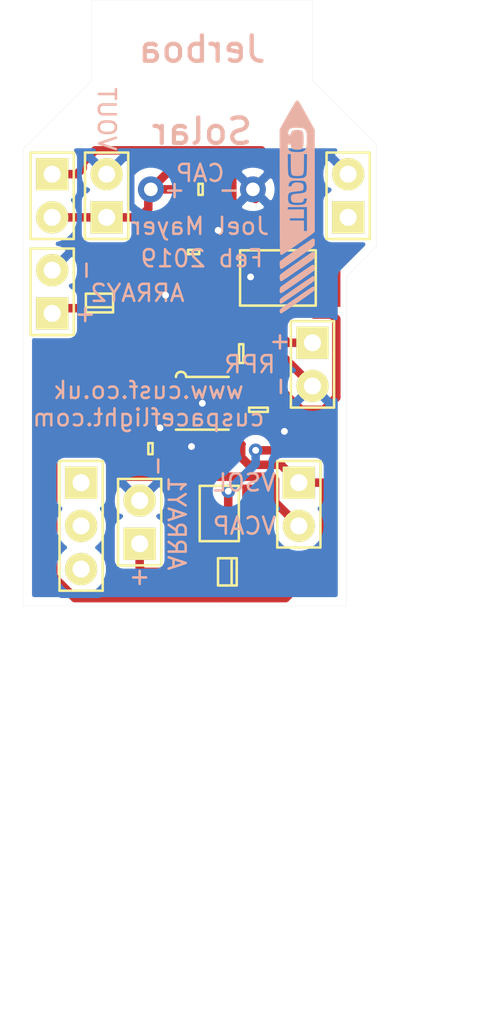
<source format=kicad_pcb>
(kicad_pcb (version 20171130) (host pcbnew "(5.0.0-rc3-dev)")

  (general
    (thickness 1.6)
    (drawings 27)
    (tracks 184)
    (zones 0)
    (modules 25)
    (nets 15)
  )

  (page A4)
  (layers
    (0 F.Cu signal)
    (31 B.Cu signal)
    (32 B.Adhes user)
    (33 F.Adhes user)
    (34 B.Paste user)
    (35 F.Paste user)
    (36 B.SilkS user)
    (37 F.SilkS user)
    (38 B.Mask user)
    (39 F.Mask user)
    (40 Dwgs.User user)
    (41 Cmts.User user)
    (42 Eco1.User user)
    (43 Eco2.User user)
    (44 Edge.Cuts user)
    (45 Margin user)
    (46 B.CrtYd user)
    (47 F.CrtYd user)
    (48 B.Fab user)
    (49 F.Fab user)
  )

  (setup
    (last_trace_width 0.25)
    (trace_clearance 0.2)
    (zone_clearance 0.508)
    (zone_45_only no)
    (trace_min 0.2)
    (segment_width 0.2)
    (edge_width 0.05)
    (via_size 0.8)
    (via_drill 0.4)
    (via_min_size 0.45)
    (via_min_drill 0.3)
    (uvia_size 0.3)
    (uvia_drill 0.1)
    (uvias_allowed no)
    (uvia_min_size 0.2)
    (uvia_min_drill 0.1)
    (pcb_text_width 0.3)
    (pcb_text_size 1.5 1.5)
    (mod_edge_width 0.12)
    (mod_text_size 1 1)
    (mod_text_width 0.15)
    (pad_size 1.9 1.9)
    (pad_drill 1)
    (pad_to_mask_clearance 0)
    (solder_mask_min_width 0.25)
    (aux_axis_origin 0 0)
    (visible_elements 7FFFFFFF)
    (pcbplotparams
      (layerselection 0x010fc_ffffffff)
      (usegerberextensions false)
      (usegerberattributes false)
      (usegerberadvancedattributes false)
      (creategerberjobfile false)
      (excludeedgelayer true)
      (linewidth 0.100000)
      (plotframeref false)
      (viasonmask false)
      (mode 1)
      (useauxorigin false)
      (hpglpennumber 1)
      (hpglpenspeed 20)
      (hpglpendiameter 15.000000)
      (psnegative false)
      (psa4output false)
      (plotreference true)
      (plotvalue true)
      (plotinvisibletext false)
      (padsonsilk false)
      (subtractmaskfromsilk false)
      (outputformat 1)
      (mirror false)
      (drillshape 1)
      (scaleselection 1)
      (outputdirectory ""))
  )

  (net 0 "")
  (net 1 /D_anode)
  (net 2 GND)
  (net 3 /Panel_V)
  (net 4 "Net-(C3-Pad1)")
  (net 5 "Net-(C4-Pad1)")
  (net 6 /Cap_V)
  (net 7 "Net-(C5-Pad1)")
  (net 8 /Array_1_+)
  (net 9 /Array_2_+)
  (net 10 "Net-(IC1-Pad4)")
  (net 11 "Net-(IC1-Pad5)")
  (net 12 "Net-(IC1-Pad7)")
  (net 13 "Net-(IC1-Pad8)")
  (net 14 "Net-(J6-Pad1)")

  (net_class Default "This is the default net class."
    (clearance 0.2)
    (trace_width 0.25)
    (via_dia 0.8)
    (via_drill 0.4)
    (uvia_dia 0.3)
    (uvia_drill 0.1)
    (add_net /Array_1_+)
    (add_net /Array_2_+)
    (add_net /Cap_V)
    (add_net /D_anode)
    (add_net /Panel_V)
    (add_net GND)
    (add_net "Net-(C3-Pad1)")
    (add_net "Net-(C4-Pad1)")
    (add_net "Net-(C5-Pad1)")
    (add_net "Net-(IC1-Pad4)")
    (add_net "Net-(IC1-Pad5)")
    (add_net "Net-(IC1-Pad7)")
    (add_net "Net-(IC1-Pad8)")
    (add_net "Net-(J6-Pad1)")
  )

  (net_class Power ""
    (clearance 0.2)
    (trace_width 0.5)
    (via_dia 0.8)
    (via_drill 0.4)
    (uvia_dia 0.3)
    (uvia_drill 0.1)
  )

  (module jerboa:super_capacitor (layer B.Cu) (tedit 5C6AE2C9) (tstamp 5C6BBB85)
    (at 149.2 99.822 180)
    (path /5A7C9D0B)
    (fp_text reference C7 (at 0 0 180) (layer F.Fab)
      (effects (font (size 1 1) (thickness 0.15)))
    )
    (fp_text value 50 (at -0.19 2.54 180) (layer B.Fab)
      (effects (font (size 1 1) (thickness 0.15)) (justify mirror))
    )
    (fp_text user + (at 1.604 0 180) (layer B.SilkS)
      (effects (font (size 1 1) (thickness 0.15)) (justify mirror))
    )
    (fp_text user - (at -1.603 0 180) (layer B.SilkS)
      (effects (font (size 1 1) (thickness 0.15)) (justify mirror))
    )
    (fp_line (start 9 -49) (end 9 -9) (layer F.Fab) (width 0.12))
    (fp_line (start -9 -49) (end 9 -49) (layer F.Fab) (width 0.12))
    (fp_line (start -9 -9) (end -9 -49) (layer F.Fab) (width 0.12))
    (fp_line (start -9 -9) (end 9 -9) (layer F.Fab) (width 0.12))
    (fp_line (start 5 1) (end -5 1) (layer B.CrtYd) (width 0.12))
    (fp_line (start 5 -1) (end 5 1) (layer B.CrtYd) (width 0.12))
    (fp_line (start -5 -1) (end 5 -1) (layer B.CrtYd) (width 0.12))
    (fp_line (start -5 1) (end -5 -1) (layer B.CrtYd) (width 0.12))
    (pad 2 thru_hole circle (at 3 0 180) (size 1.524 1.524) (drill 0.8) (layers *.Cu *.Mask)
      (net 6 /Cap_V))
    (pad 1 thru_hole circle (at -3 0 180) (size 1.524 1.524) (drill 0.8) (layers *.Cu *.Mask)
      (net 2 GND))
  )

  (module jerboa:cusf_logo_small (layer B.Cu) (tedit 0) (tstamp 5C6AF56B)
    (at 154.813 100.838 180)
    (fp_text reference G*** (at 0 0 180) (layer F.SilkS) hide
      (effects (font (size 1.524 1.524) (thickness 0.3)))
    )
    (fp_text value LOGO (at 0.75 0 180) (layer F.SilkS) hide
      (effects (font (size 1.524 1.524) (thickness 0.3)))
    )
    (fp_poly (pts (xy 0.994954 4.512126) (xy 0.989602 0.864355) (xy 0.988922 0.40392) (xy 0.988277 -0.016045)
      (xy 0.987643 -0.397406) (xy 0.986995 -0.742026) (xy 0.986311 -1.05177) (xy 0.985564 -1.328502)
      (xy 0.98473 -1.574087) (xy 0.983786 -1.790388) (xy 0.982707 -1.979271) (xy 0.981469 -2.142598)
      (xy 0.980047 -2.282235) (xy 0.978417 -2.400047) (xy 0.976555 -2.497896) (xy 0.974436 -2.577648)
      (xy 0.972036 -2.641166) (xy 0.96933 -2.690315) (xy 0.966295 -2.72696) (xy 0.962906 -2.752965)
      (xy 0.959138 -2.770193) (xy 0.954968 -2.780509) (xy 0.950371 -2.785778) (xy 0.945322 -2.787864)
      (xy 0.941917 -2.78838) (xy 0.914543 -2.777381) (xy 0.854647 -2.742682) (xy 0.763974 -2.685439)
      (xy 0.644271 -2.606807) (xy 0.619973 -2.590463) (xy 0.619973 3.704167) (xy 0.47932 3.704167)
      (xy 0.338667 3.704167) (xy 0.338667 3.631461) (xy 0.326661 3.534217) (xy 0.292835 3.462218)
      (xy 0.256067 3.430106) (xy 0.196567 3.411154) (xy 0.110079 3.398639) (xy 0.011547 3.393206)
      (xy -0.084081 3.395505) (xy -0.161859 3.40618) (xy -0.179847 3.411237) (xy -0.225411 3.431516)
      (xy -0.260016 3.461319) (xy -0.285128 3.506146) (xy -0.302211 3.571499) (xy -0.31273 3.66288)
      (xy -0.318149 3.78579) (xy -0.31991 3.93731) (xy -0.318068 4.100152) (xy -0.310808 4.225172)
      (xy -0.297258 4.316636) (xy -0.276542 4.378812) (xy -0.247786 4.415966) (xy -0.21889 4.43041)
      (xy -0.126724 4.45195) (xy -0.045144 4.460393) (xy 0.047676 4.457374) (xy 0.090214 4.453584)
      (xy 0.19419 4.437497) (xy 0.262451 4.410432) (xy 0.301168 4.36756) (xy 0.31651 4.30405)
      (xy 0.3175 4.275667) (xy 0.3175 4.191) (xy 0.457981 4.191) (xy 0.598463 4.191)
      (xy 0.587767 4.324248) (xy 0.570581 4.442159) (xy 0.53731 4.532926) (xy 0.483476 4.599585)
      (xy 0.404605 4.645171) (xy 0.296219 4.672718) (xy 0.153842 4.685261) (xy 0.052917 4.686855)
      (xy -0.124376 4.681019) (xy -0.265316 4.663061) (xy -0.37467 4.63091) (xy -0.457207 4.582497)
      (xy -0.517697 4.515751) (xy -0.560908 4.428601) (xy -0.564409 4.418837) (xy -0.585027 4.329766)
      (xy -0.598139 4.209513) (xy -0.604111 4.067732) (xy -0.603308 3.914082) (xy -0.596096 3.75822)
      (xy -0.582841 3.609802) (xy -0.563909 3.478486) (xy -0.539663 3.373929) (xy -0.523155 3.32901)
      (xy -0.477635 3.272119) (xy -0.401517 3.221679) (xy -0.306533 3.184794) (xy -0.271267 3.176453)
      (xy -0.166129 3.163052) (xy -0.036832 3.157175) (xy 0.099129 3.158807) (xy 0.224259 3.167932)
      (xy 0.286727 3.176972) (xy 0.36528 3.194604) (xy 0.434836 3.215469) (xy 0.467677 3.228956)
      (xy 0.528915 3.284066) (xy 0.573981 3.376693) (xy 0.602049 3.504897) (xy 0.607603 3.55661)
      (xy 0.619973 3.704167) (xy 0.619973 -2.590463) (xy 0.61812 -2.589217) (xy 0.61812 3.132667)
      (xy 0.478393 3.132667) (xy 0.338667 3.132667) (xy 0.337745 2.619375) (xy 0.33665 2.425996)
      (xy 0.333839 2.270419) (xy 0.328872 2.148132) (xy 0.321308 2.054622) (xy 0.310709 1.985377)
      (xy 0.296632 1.935886) (xy 0.27864 1.901636) (xy 0.266312 1.887053) (xy 0.226703 1.869257)
      (xy 0.156521 1.856971) (xy 0.067143 1.850213) (xy -0.030053 1.849004) (xy -0.123692 1.853362)
      (xy -0.202396 1.863308) (xy -0.25479 1.878859) (xy -0.265339 1.886147) (xy -0.286428 1.913758)
      (xy -0.303157 1.952899) (xy -0.315992 2.008212) (xy -0.325403 2.084342) (xy -0.331857 2.185931)
      (xy -0.335821 2.317624) (xy -0.337764 2.484064) (xy -0.338162 2.608792) (xy -0.338666 3.132667)
      (xy -0.477927 3.132667) (xy -0.617187 3.132667) (xy -0.609824 2.513542) (xy -0.607258 2.327543)
      (xy -0.604279 2.179067) (xy -0.600602 2.063305) (xy -0.595941 1.975447) (xy -0.590011 1.910683)
      (xy -0.582527 1.864203) (xy -0.573205 1.831198) (xy -0.568735 1.820333) (xy -0.515076 1.733828)
      (xy -0.441206 1.675442) (xy -0.343971 1.638577) (xy -0.260895 1.623921) (xy -0.149429 1.614662)
      (xy -0.023186 1.610927) (xy 0.104219 1.612845) (xy 0.219171 1.620544) (xy 0.300583 1.632492)
      (xy 0.412066 1.666588) (xy 0.491262 1.717697) (xy 0.546869 1.792221) (xy 0.562507 1.825352)
      (xy 0.573915 1.856978) (xy 0.583059 1.895463) (xy 0.590287 1.946013) (xy 0.59595 2.013831)
      (xy 0.600396 2.104121) (xy 0.603974 2.222087) (xy 0.607034 2.372933) (xy 0.609391 2.524125)
      (xy 0.61812 3.132667) (xy 0.61812 -2.589217) (xy 0.613834 -2.586334) (xy 0.613834 -0.211667)
      (xy 0.613834 -0.09525) (xy 0.613834 0.021167) (xy 0.602885 0.021167) (xy 0.602885 0.512006)
      (xy 0.596344 0.627817) (xy 0.576036 0.727283) (xy 0.543535 0.799314) (xy 0.534519 0.810812)
      (xy 0.485633 0.851877) (xy 0.417233 0.883417) (xy 0.322492 0.907544) (xy 0.194587 0.926371)
      (xy 0.143502 0.931825) (xy -0.006977 0.947088) (xy -0.120529 0.960581) (xy -0.202353 0.974716)
      (xy -0.257646 0.991909) (xy -0.291609 1.014572) (xy -0.30944 1.045122) (xy -0.316337 1.085971)
      (xy -0.317499 1.139534) (xy -0.3175 1.145904) (xy -0.312103 1.235298) (xy -0.291271 1.292888)
      (xy -0.248039 1.328348) (xy -0.175444 1.351349) (xy -0.16851 1.352866) (xy -0.020478 1.374243)
      (xy 0.102417 1.370514) (xy 0.197509 1.342646) (xy 0.262129 1.291606) (xy 0.293613 1.21836)
      (xy 0.296334 1.184338) (xy 0.300799 1.162124) (xy 0.320344 1.149639) (xy 0.364191 1.144169)
      (xy 0.436878 1.143) (xy 0.577423 1.143) (xy 0.56499 1.263463) (xy 0.542122 1.374313)
      (xy 0.495978 1.45597) (xy 0.420424 1.517951) (xy 0.390218 1.534583) (xy 0.351303 1.551674)
      (xy 0.307719 1.563526) (xy 0.251062 1.571051) (xy 0.172928 1.575161) (xy 0.064914 1.576767)
      (xy 0 1.576917) (xy -0.15977 1.574556) (xy -0.283352 1.56625) (xy -0.376693 1.55016)
      (xy -0.445739 1.524451) (xy -0.496435 1.487285) (xy -0.534729 1.436824) (xy -0.550727 1.406769)
      (xy -0.579266 1.317108) (xy -0.594622 1.203787) (xy -0.596345 1.08352) (xy -0.583984 0.97302)
      (xy -0.564255 0.904309) (xy -0.53354 0.852161) (xy -0.486499 0.810315) (xy -0.418299 0.777187)
      (xy -0.324106 0.751191) (xy -0.199089 0.730742) (xy -0.038415 0.714254) (xy 0.03175 0.708788)
      (xy 0.122823 0.699287) (xy 0.202133 0.685868) (xy 0.25691 0.670884) (xy 0.268886 0.66511)
      (xy 0.309907 0.616453) (xy 0.330261 0.545136) (xy 0.331053 0.464027) (xy 0.313384 0.385994)
      (xy 0.278357 0.323906) (xy 0.237059 0.293763) (xy 0.191968 0.285135) (xy 0.116739 0.279581)
      (xy 0.023499 0.277758) (xy -0.038948 0.278818) (xy -0.13885 0.282762) (xy -0.20555 0.288357)
      (xy -0.248175 0.297606) (xy -0.275856 0.312513) (xy -0.297722 0.335081) (xy -0.29824 0.33572)
      (xy -0.327043 0.392847) (xy -0.338666 0.457428) (xy -0.338666 0.529167) (xy -0.478689 0.529167)
      (xy -0.618711 0.529167) (xy -0.603806 0.407458) (xy -0.576386 0.273187) (xy -0.53152 0.176983)
      (xy -0.468901 0.118204) (xy -0.463802 0.115453) (xy -0.377218 0.084504) (xy -0.259589 0.062034)
      (xy -0.121502 0.048835) (xy 0.026457 0.045701) (xy 0.173704 0.053427) (xy 0.247369 0.062129)
      (xy 0.374021 0.088077) (xy 0.465506 0.127674) (xy 0.528323 0.187083) (xy 0.568971 0.272468)
      (xy 0.593951 0.389993) (xy 0.594086 0.390941) (xy 0.602885 0.512006) (xy 0.602885 0.021167)
      (xy 0 0.021167) (xy -0.613833 0.021167) (xy -0.613833 -0.73025) (xy -0.613833 -1.481667)
      (xy -0.47625 -1.481667) (xy -0.338666 -1.481667) (xy -0.338666 -1.17475) (xy -0.338666 -0.867833)
      (xy 0.074084 -0.867833) (xy 0.486834 -0.867833) (xy 0.486834 -0.751417) (xy 0.486834 -0.635)
      (xy 0.074084 -0.635) (xy -0.338666 -0.635) (xy -0.338666 -0.423333) (xy -0.338666 -0.211667)
      (xy 0.137584 -0.211667) (xy 0.613834 -0.211667) (xy 0.613834 -2.586334) (xy 0.497285 -2.507942)
      (xy 0.324761 -2.389998) (xy 0.128447 -2.254132) (xy 0.021167 -2.179316) (xy -0.152243 -2.057837)
      (xy -0.316585 -1.942206) (xy -0.468291 -1.834969) (xy -0.603793 -1.73867) (xy -0.719525 -1.655855)
      (xy -0.81192 -1.589068) (xy -0.877409 -1.540855) (xy -0.912426 -1.51376) (xy -0.915458 -1.5111)
      (xy -0.973666 -1.456911) (xy -0.973666 1.515915) (xy -0.973666 4.488741) (xy -0.918779 4.599162)
      (xy -0.896427 4.641945) (xy -0.856026 4.716999) (xy -0.80015 4.819626) (xy -0.731376 4.945129)
      (xy -0.65228 5.088808) (xy -0.565439 5.245968) (xy -0.473428 5.411909) (xy -0.448599 5.456589)
      (xy -0.343033 5.645957) (xy -0.255703 5.801247) (xy -0.184669 5.925595) (xy -0.127988 6.022138)
      (xy -0.083721 6.094014) (xy -0.049927 6.144359) (xy -0.024663 6.176311) (xy -0.00599 6.193006)
      (xy 0.008034 6.19758) (xy 0.009804 6.197423) (xy 0.027764 6.185613) (xy 0.055897 6.152329)
      (xy 0.095809 6.095027) (xy 0.149108 6.011162) (xy 0.217398 5.898191) (xy 0.302288 5.75357)
      (xy 0.405383 5.574755) (xy 0.428088 5.535083) (xy 0.519916 5.374026) (xy 0.609242 5.216515)
      (xy 0.692818 5.068337) (xy 0.767398 4.935279) (xy 0.829735 4.823128) (xy 0.876582 4.737671)
      (xy 0.899107 4.695521) (xy 0.994954 4.512126)) (layer B.SilkS) (width 0.1))
    (fp_poly (pts (xy 0.992455 -3.363004) (xy 0.990416 -3.431445) (xy 0.984431 -3.521917) (xy 0.97447 -3.584698)
      (xy 0.961685 -3.612798) (xy 0.960424 -3.613391) (xy 0.933054 -3.60578) (xy 0.881077 -3.578623)
      (xy 0.814195 -3.537173) (xy 0.791091 -3.521655) (xy 0.583644 -3.379206) (xy 0.377312 -3.236717)
      (xy 0.175343 -3.096486) (xy -0.019017 -2.960811) (xy -0.202519 -2.831988) (xy -0.371917 -2.712316)
      (xy -0.523963 -2.604091) (xy -0.65541 -2.509612) (xy -0.76301 -2.431175) (xy -0.843516 -2.371078)
      (xy -0.89368 -2.331619) (xy -0.904875 -2.321796) (xy -0.939572 -2.286494) (xy -0.960073 -2.253934)
      (xy -0.970102 -2.211636) (xy -0.973385 -2.147124) (xy -0.973666 -2.091348) (xy -0.97293 -2.00854)
      (xy -0.969045 -1.959385) (xy -0.959501 -1.935205) (xy -0.941787 -1.927325) (xy -0.926041 -1.926812)
      (xy -0.90183 -1.938643) (xy -0.846984 -1.972108) (xy -0.76549 -2.024471) (xy -0.661329 -2.093)
      (xy -0.538486 -2.174959) (xy -0.400945 -2.267614) (xy -0.252688 -2.368231) (xy -0.097699 -2.474075)
      (xy 0.060037 -2.582413) (xy 0.216538 -2.690509) (xy 0.36782 -2.79563) (xy 0.509899 -2.895042)
      (xy 0.638791 -2.986008) (xy 0.750514 -3.065797) (xy 0.841083 -3.131672) (xy 0.906515 -3.1809)
      (xy 0.9375 -3.205949) (xy 0.966549 -3.233609) (xy 0.983641 -3.261543) (xy 0.9914 -3.300943)
      (xy 0.992455 -3.363004)) (layer B.SilkS) (width 0.1))
    (fp_poly (pts (xy 0.992199 -4.113405) (xy 0.990412 -4.189997) (xy 0.9904 -4.190272) (xy 0.984093 -4.270389)
      (xy 0.972762 -4.315715) (xy 0.954411 -4.333683) (xy 0.951719 -4.334339) (xy 0.928535 -4.323757)
      (xy 0.874105 -4.291054) (xy 0.791802 -4.238476) (xy 0.685 -4.168269) (xy 0.55707 -4.082678)
      (xy 0.411387 -3.983947) (xy 0.251323 -3.874322) (xy 0.08025 -3.756048) (xy 0.020386 -3.714408)
      (xy -0.154744 -3.592031) (xy -0.320435 -3.475523) (xy -0.47321 -3.367378) (xy -0.609592 -3.270093)
      (xy -0.726105 -3.186161) (xy -0.819272 -3.118078) (xy -0.885617 -3.068339) (xy -0.921662 -3.039438)
      (xy -0.926041 -3.035211) (xy -0.95489 -2.993263) (xy -0.969427 -2.940578) (xy -0.973653 -2.86207)
      (xy -0.973666 -2.855655) (xy -0.968312 -2.771067) (xy -0.950441 -2.724355) (xy -0.917346 -2.712216)
      (xy -0.870094 -2.72929) (xy -0.838586 -2.749033) (xy -0.776971 -2.790191) (xy -0.689398 -2.849854)
      (xy -0.580015 -2.925113) (xy -0.452972 -3.013058) (xy -0.312416 -3.11078) (xy -0.162496 -3.21537)
      (xy -0.007362 -3.323918) (xy 0.148839 -3.433514) (xy 0.301958 -3.54125) (xy 0.447845 -3.644215)
      (xy 0.582353 -3.739501) (xy 0.701334 -3.824198) (xy 0.800637 -3.895396) (xy 0.876115 -3.950187)
      (xy 0.923619 -3.985661) (xy 0.937483 -3.996937) (xy 0.969553 -4.030826) (xy 0.986519 -4.064998)
      (xy 0.992199 -4.113405)) (layer B.SilkS) (width 0.1))
    (fp_poly (pts (xy 0.994834 -4.92596) (xy 0.992604 -4.99205) (xy 0.983617 -5.025823) (xy 0.964423 -5.037161)
      (xy 0.955856 -5.037667) (xy 0.931394 -5.025859) (xy 0.875726 -4.991954) (xy 0.792258 -4.938228)
      (xy 0.684395 -4.866958) (xy 0.555543 -4.780421) (xy 0.409109 -4.680891) (xy 0.248499 -4.570647)
      (xy 0.077118 -4.451965) (xy 0.019231 -4.411651) (xy -0.155708 -4.289432) (xy -0.321253 -4.173358)
      (xy -0.473926 -4.065897) (xy -0.610252 -3.969514) (xy -0.726754 -3.886676) (xy -0.819954 -3.81985)
      (xy -0.886377 -3.771503) (xy -0.922544 -3.744102) (xy -0.926962 -3.740346) (xy -0.955611 -3.70654)
      (xy -0.968768 -3.665392) (xy -0.970376 -3.601774) (xy -0.969295 -3.577904) (xy -0.963838 -3.510443)
      (xy -0.95382 -3.475413) (xy -0.934935 -3.462911) (xy -0.918919 -3.462059) (xy -0.893421 -3.474166)
      (xy -0.837446 -3.50812) (xy -0.754968 -3.561161) (xy -0.64996 -3.630532) (xy -0.526394 -3.713472)
      (xy -0.388244 -3.807225) (xy -0.239481 -3.90903) (xy -0.08408 -4.01613) (xy 0.073989 -4.125765)
      (xy 0.230751 -4.235178) (xy 0.382233 -4.341609) (xy 0.524464 -4.4423) (xy 0.653471 -4.534492)
      (xy 0.76528 -4.615426) (xy 0.855919 -4.682344) (xy 0.921415 -4.732487) (xy 0.957795 -4.763097)
      (xy 0.963054 -4.768881) (xy 0.983116 -4.820395) (xy 0.993914 -4.895912) (xy 0.994834 -4.92596)) (layer B.SilkS) (width 0.1))
    (fp_poly (pts (xy 0.996748 -5.594801) (xy 0.983434 -5.636726) (xy 0.957253 -5.6515) (xy 0.933072 -5.639695)
      (xy 0.877671 -5.605795) (xy 0.794447 -5.552075) (xy 0.686797 -5.480809) (xy 0.558118 -5.39427)
      (xy 0.411806 -5.294732) (xy 0.251259 -5.184469) (xy 0.079873 -5.065756) (xy 0.020628 -5.024494)
      (xy -0.154397 -4.902236) (xy -0.319999 -4.786186) (xy -0.472711 -4.678802) (xy -0.609064 -4.582539)
      (xy -0.72559 -4.499853) (xy -0.81882 -4.433202) (xy -0.885286 -4.385041) (xy -0.92152 -4.357826)
      (xy -0.926041 -4.354055) (xy -0.955331 -4.310728) (xy -0.972459 -4.25345) (xy -0.976654 -4.195206)
      (xy -0.967148 -4.148978) (xy -0.943166 -4.127751) (xy -0.939492 -4.1275) (xy -0.916685 -4.139257)
      (xy -0.863234 -4.172714) (xy -0.783073 -4.225147) (xy -0.680136 -4.293835) (xy -0.558359 -4.376054)
      (xy -0.421674 -4.469082) (xy -0.274018 -4.570196) (xy -0.119323 -4.676674) (xy 0.038476 -4.785792)
      (xy 0.195444 -4.894828) (xy 0.347647 -5.00106) (xy 0.491151 -5.101765) (xy 0.622021 -5.194219)
      (xy 0.736324 -5.275701) (xy 0.830124 -5.343488) (xy 0.899488 -5.394856) (xy 0.94048 -5.427085)
      (xy 0.947209 -5.433151) (xy 0.978047 -5.48023) (xy 0.994756 -5.538374) (xy 0.996748 -5.594801)) (layer B.SilkS) (width 0.1))
    (fp_poly (pts (xy 0.995736 -6.138875) (xy 0.993366 -6.187746) (xy 0.972523 -6.218489) (xy 0.954842 -6.223)
      (xy 0.930121 -6.211207) (xy 0.874208 -6.177355) (xy 0.790543 -6.123733) (xy 0.682563 -6.052633)
      (xy 0.553707 -5.966343) (xy 0.407414 -5.867155) (xy 0.247121 -5.757357) (xy 0.076267 -5.63924)
      (xy 0.0288 -5.60624) (xy -0.145473 -5.484672) (xy -0.310662 -5.368944) (xy -0.46321 -5.26158)
      (xy -0.59956 -5.165108) (xy -0.716156 -5.082054) (xy -0.809441 -5.014943) (xy -0.875858 -4.966302)
      (xy -0.911851 -4.938657) (xy -0.915458 -4.93553) (xy -0.961704 -4.873875) (xy -0.973666 -4.808989)
      (xy -0.9702 -4.760576) (xy -0.95438 -4.743531) (xy -0.925712 -4.745565) (xy -0.901117 -4.75881)
      (xy -0.845893 -4.793668) (xy -0.764029 -4.847387) (xy -0.659512 -4.917211) (xy -0.536331 -5.000388)
      (xy -0.398474 -5.094163) (xy -0.24993 -5.195783) (xy -0.094686 -5.302495) (xy 0.06327 -5.411543)
      (xy 0.219948 -5.520175) (xy 0.371361 -5.625637) (xy 0.513521 -5.725175) (xy 0.64244 -5.816035)
      (xy 0.754128 -5.895464) (xy 0.844598 -5.960707) (xy 0.909862 -6.009012) (xy 0.945932 -6.037623)
      (xy 0.947209 -6.03877) (xy 0.98017 -6.084882) (xy 0.995736 -6.138875)) (layer B.SilkS) (width 0.1))
  )

  (module agg:M2.5_HOLE (layer F.Cu) (tedit 5C6AB636) (tstamp 5C699E80)
    (at 149.2 94)
    (fp_text reference REF** (at 0 -2.5) (layer F.Fab) hide
      (effects (font (size 1 1) (thickness 0.15)))
    )
    (fp_text value M2.5_HOLE (at 0 2.5) (layer F.Fab) hide
      (effects (font (size 1 1) (thickness 0.15)))
    )
    (fp_line (start -1.8 -1.8) (end 1.8 -1.8) (layer F.CrtYd) (width 0.01))
    (fp_line (start 1.8 -1.8) (end 1.8 1.8) (layer F.CrtYd) (width 0.01))
    (fp_line (start 1.8 1.8) (end -1.8 1.8) (layer F.CrtYd) (width 0.01))
    (fp_line (start -1.8 1.8) (end -1.8 -1.8) (layer F.CrtYd) (width 0.01))
    (pad "" np_thru_hole circle (at 0 0) (size 2.75 2.75) (drill 2.75) (layers *.Cu F.Mask))
  )

  (module agg:0402 (layer F.Cu) (tedit 57654490) (tstamp 5C6BC3EE)
    (at 146.558 112.395 270)
    (path /5A7CABAB)
    (fp_text reference C5 (at -1.71 0) (layer F.Fab)
      (effects (font (size 1 1) (thickness 0.15)))
    )
    (fp_text value 4.7u (at 1.71 0) (layer F.Fab)
      (effects (font (size 1 1) (thickness 0.15)))
    )
    (fp_line (start -0.5 -0.25) (end 0.5 -0.25) (layer F.Fab) (width 0.01))
    (fp_line (start 0.5 -0.25) (end 0.5 0.25) (layer F.Fab) (width 0.01))
    (fp_line (start 0.5 0.25) (end -0.5 0.25) (layer F.Fab) (width 0.01))
    (fp_line (start -0.5 0.25) (end -0.5 -0.25) (layer F.Fab) (width 0.01))
    (fp_line (start -0.2 -0.25) (end -0.2 0.25) (layer F.Fab) (width 0.01))
    (fp_line (start 0.2 -0.25) (end 0.2 0.25) (layer F.Fab) (width 0.01))
    (fp_line (start -1.05 -0.6) (end 1.05 -0.6) (layer F.CrtYd) (width 0.01))
    (fp_line (start 1.05 -0.6) (end 1.05 0.6) (layer F.CrtYd) (width 0.01))
    (fp_line (start 1.05 0.6) (end -1.05 0.6) (layer F.CrtYd) (width 0.01))
    (fp_line (start -1.05 0.6) (end -1.05 -0.6) (layer F.CrtYd) (width 0.01))
    (pad 1 smd rect (at -0.45 0 270) (size 0.62 0.62) (layers F.Cu F.Paste F.Mask)
      (net 7 "Net-(C5-Pad1)"))
    (pad 2 smd rect (at 0.45 0 270) (size 0.62 0.62) (layers F.Cu F.Paste F.Mask)
      (net 2 GND))
    (model ${KISYS3DMOD}/Resistors_SMD.3dshapes/R_0402.wrl
      (at (xyz 0 0 0))
      (scale (xyz 1 1 1))
      (rotate (xyz 0 0 0))
    )
  )

  (module agg:SIL-254P-03 (layer F.Cu) (tedit 57656D66) (tstamp 5C5618AA)
    (at 142.1 119.6 270)
    (fp_text reference REF** (at 0 -2.22 270) (layer F.Fab)
      (effects (font (size 1 1) (thickness 0.15)))
    )
    (fp_text value SIL-254P-03 (at 0 2.22 270) (layer F.Fab)
      (effects (font (size 1 1) (thickness 0.15)))
    )
    (fp_line (start -4.1 1.55) (end -4.1 -1.55) (layer F.CrtYd) (width 0.01))
    (fp_line (start 4.1 1.55) (end -4.1 1.55) (layer F.CrtYd) (width 0.01))
    (fp_line (start 4.1 -1.55) (end 4.1 1.55) (layer F.CrtYd) (width 0.01))
    (fp_line (start -4.1 -1.55) (end 4.1 -1.55) (layer F.CrtYd) (width 0.01))
    (fp_line (start -3.81 1.27) (end -3.81 -1.27) (layer F.SilkS) (width 0.15))
    (fp_line (start 3.81 1.27) (end -3.81 1.27) (layer F.SilkS) (width 0.15))
    (fp_line (start 3.81 -1.27) (end 3.81 1.27) (layer F.SilkS) (width 0.15))
    (fp_line (start -3.81 -1.27) (end 3.81 -1.27) (layer F.SilkS) (width 0.15))
    (fp_line (start -3.81 1.27) (end -3.81 -1.27) (layer F.Fab) (width 0.01))
    (fp_line (start 3.81 1.27) (end -3.81 1.27) (layer F.Fab) (width 0.01))
    (fp_line (start 3.81 -1.27) (end 3.81 1.27) (layer F.Fab) (width 0.01))
    (fp_line (start -3.81 -1.27) (end 3.81 -1.27) (layer F.Fab) (width 0.01))
    (pad 3 thru_hole circle (at 2.54 0 270) (size 1.9 1.9) (drill 1) (layers *.Cu *.Mask F.SilkS))
    (pad 2 thru_hole circle (at 0 0 270) (size 1.9 1.9) (drill 1) (layers *.Cu *.Mask F.SilkS))
    (pad 1 thru_hole rect (at -2.54 0 270) (size 1.9 1.9) (drill 1) (layers *.Cu *.Mask F.SilkS))
    (model ${KISYS3DMOD}/Pin_Headers.3dshapes/Pin_Header_Straight_1x03.wrl
      (at (xyz 0 0 0))
      (scale (xyz 1 1 1))
      (rotate (xyz 0 0 0))
    )
  )

  (module agg:SIL-254P-02 (layer F.Cu) (tedit 5C6C1806) (tstamp 5C55B386)
    (at 157.8 100.2 90)
    (fp_text reference REF** (at 0 -2.22 90) (layer F.Fab)
      (effects (font (size 1 1) (thickness 0.15)))
    )
    (fp_text value SIL-254P-02 (at 0 2.22 180) (layer F.Fab)
      (effects (font (size 1 1) (thickness 0.15)))
    )
    (fp_line (start -2.8 1.55) (end -2.8 -1.55) (layer F.CrtYd) (width 0.01))
    (fp_line (start 2.8 1.55) (end -2.8 1.55) (layer F.CrtYd) (width 0.01))
    (fp_line (start 2.8 -1.55) (end 2.8 1.55) (layer F.CrtYd) (width 0.01))
    (fp_line (start -2.8 -1.55) (end 2.8 -1.55) (layer F.CrtYd) (width 0.01))
    (fp_line (start -2.54 1.27) (end -2.54 -1.27) (layer F.SilkS) (width 0.15))
    (fp_line (start 2.54 1.27) (end -2.54 1.27) (layer F.SilkS) (width 0.15))
    (fp_line (start 2.54 -1.27) (end 2.54 1.27) (layer F.SilkS) (width 0.15))
    (fp_line (start -2.54 -1.27) (end 2.54 -1.27) (layer F.SilkS) (width 0.15))
    (fp_line (start -2.54 1.27) (end -2.54 -1.27) (layer F.Fab) (width 0.01))
    (fp_line (start 2.54 1.27) (end -2.54 1.27) (layer F.Fab) (width 0.01))
    (fp_line (start 2.54 -1.27) (end 2.54 1.27) (layer F.Fab) (width 0.01))
    (fp_line (start -2.54 -1.27) (end 2.54 -1.27) (layer F.Fab) (width 0.01))
    (pad 2 thru_hole circle (at 1.27 0 90) (size 1.9 1.9) (drill 1) (layers *.Cu *.Mask F.SilkS)
      (net 2 GND))
    (pad 1 thru_hole rect (at -1.27 0 90) (size 1.9 1.9) (drill 1) (layers *.Cu *.Mask F.SilkS))
    (model ${KISYS3DMOD}/Pin_Headers.3dshapes/Pin_Header_Straight_1x02.wrl
      (at (xyz 0 0 0))
      (scale (xyz 1 1 1))
      (rotate (xyz 0 0 0))
    )
  )

  (module agg:0603 (layer F.Cu) (tedit 57654490) (tstamp 5C4DA82C)
    (at 148.717 103.505 90)
    (path /5A7CADCB)
    (fp_text reference C1 (at -2.225 0 180) (layer F.Fab)
      (effects (font (size 1 1) (thickness 0.15)))
    )
    (fp_text value 10n (at 2.225 0 180) (layer F.Fab)
      (effects (font (size 1 1) (thickness 0.15)))
    )
    (fp_line (start -0.8 -0.4) (end 0.8 -0.4) (layer F.Fab) (width 0.01))
    (fp_line (start 0.8 -0.4) (end 0.8 0.4) (layer F.Fab) (width 0.01))
    (fp_line (start 0.8 0.4) (end -0.8 0.4) (layer F.Fab) (width 0.01))
    (fp_line (start -0.8 0.4) (end -0.8 -0.4) (layer F.Fab) (width 0.01))
    (fp_line (start -0.45 -0.4) (end -0.45 0.4) (layer F.Fab) (width 0.01))
    (fp_line (start 0.45 -0.4) (end 0.45 0.4) (layer F.Fab) (width 0.01))
    (fp_line (start -0.125 -0.325) (end 0.125 -0.325) (layer F.SilkS) (width 0.15))
    (fp_line (start 0.125 -0.325) (end 0.125 0.325) (layer F.SilkS) (width 0.15))
    (fp_line (start 0.125 0.325) (end -0.125 0.325) (layer F.SilkS) (width 0.15))
    (fp_line (start -0.125 0.325) (end -0.125 -0.325) (layer F.SilkS) (width 0.15))
    (fp_line (start -1.55 -0.75) (end 1.55 -0.75) (layer F.CrtYd) (width 0.01))
    (fp_line (start 1.55 -0.75) (end 1.55 0.75) (layer F.CrtYd) (width 0.01))
    (fp_line (start 1.55 0.75) (end -1.55 0.75) (layer F.CrtYd) (width 0.01))
    (fp_line (start -1.55 0.75) (end -1.55 -0.75) (layer F.CrtYd) (width 0.01))
    (pad 1 smd rect (at -0.8 0 90) (size 0.95 1) (layers F.Cu F.Paste F.Mask)
      (net 1 /D_anode))
    (pad 2 smd rect (at 0.8 0 90) (size 0.95 1) (layers F.Cu F.Paste F.Mask)
      (net 2 GND))
    (model ${KISYS3DMOD}/Resistors_SMD.3dshapes/R_0603.wrl
      (at (xyz 0 0 0))
      (scale (xyz 1 1 1))
      (rotate (xyz 0 0 0))
    )
  )

  (module agg:0402 (layer F.Cu) (tedit 57654490) (tstamp 5C6BC41B)
    (at 150.172 114.808 180)
    (path /5A7CAE34)
    (fp_text reference C2 (at -1.71 0 270) (layer F.Fab)
      (effects (font (size 1 1) (thickness 0.15)))
    )
    (fp_text value 10u (at 1.71 0 270) (layer F.Fab)
      (effects (font (size 1 1) (thickness 0.15)))
    )
    (fp_line (start -1.05 0.6) (end -1.05 -0.6) (layer F.CrtYd) (width 0.01))
    (fp_line (start 1.05 0.6) (end -1.05 0.6) (layer F.CrtYd) (width 0.01))
    (fp_line (start 1.05 -0.6) (end 1.05 0.6) (layer F.CrtYd) (width 0.01))
    (fp_line (start -1.05 -0.6) (end 1.05 -0.6) (layer F.CrtYd) (width 0.01))
    (fp_line (start 0.2 -0.25) (end 0.2 0.25) (layer F.Fab) (width 0.01))
    (fp_line (start -0.2 -0.25) (end -0.2 0.25) (layer F.Fab) (width 0.01))
    (fp_line (start -0.5 0.25) (end -0.5 -0.25) (layer F.Fab) (width 0.01))
    (fp_line (start 0.5 0.25) (end -0.5 0.25) (layer F.Fab) (width 0.01))
    (fp_line (start 0.5 -0.25) (end 0.5 0.25) (layer F.Fab) (width 0.01))
    (fp_line (start -0.5 -0.25) (end 0.5 -0.25) (layer F.Fab) (width 0.01))
    (pad 2 smd rect (at 0.45 0 180) (size 0.62 0.62) (layers F.Cu F.Paste F.Mask)
      (net 2 GND))
    (pad 1 smd rect (at -0.45 0 180) (size 0.62 0.62) (layers F.Cu F.Paste F.Mask)
      (net 3 /Panel_V))
    (model ${KISYS3DMOD}/Resistors_SMD.3dshapes/R_0402.wrl
      (at (xyz 0 0 0))
      (scale (xyz 1 1 1))
      (rotate (xyz 0 0 0))
    )
  )

  (module agg:0805 (layer F.Cu) (tedit 57654490) (tstamp 5C6BC3B9)
    (at 151.511 109.474)
    (path /5A7CAE9A)
    (fp_text reference C3 (at -2.425 0 90) (layer F.Fab)
      (effects (font (size 1 1) (thickness 0.15)))
    )
    (fp_text value 1u (at 2.425 0 90) (layer F.Fab)
      (effects (font (size 1 1) (thickness 0.15)))
    )
    (fp_line (start -1 -0.625) (end 1 -0.625) (layer F.Fab) (width 0.01))
    (fp_line (start 1 -0.625) (end 1 0.625) (layer F.Fab) (width 0.01))
    (fp_line (start 1 0.625) (end -1 0.625) (layer F.Fab) (width 0.01))
    (fp_line (start -1 0.625) (end -1 -0.625) (layer F.Fab) (width 0.01))
    (fp_line (start -0.5 -0.625) (end -0.5 0.625) (layer F.Fab) (width 0.01))
    (fp_line (start 0.5 -0.625) (end 0.5 0.625) (layer F.Fab) (width 0.01))
    (fp_line (start -0.125 -0.55) (end 0.125 -0.55) (layer F.SilkS) (width 0.15))
    (fp_line (start 0.125 -0.55) (end 0.125 0.55) (layer F.SilkS) (width 0.15))
    (fp_line (start 0.125 0.55) (end -0.125 0.55) (layer F.SilkS) (width 0.15))
    (fp_line (start -0.125 0.55) (end -0.125 -0.55) (layer F.SilkS) (width 0.15))
    (fp_line (start -1.75 -1) (end 1.75 -1) (layer F.CrtYd) (width 0.01))
    (fp_line (start 1.75 -1) (end 1.75 1) (layer F.CrtYd) (width 0.01))
    (fp_line (start 1.75 1) (end -1.75 1) (layer F.CrtYd) (width 0.01))
    (fp_line (start -1.75 1) (end -1.75 -1) (layer F.CrtYd) (width 0.01))
    (pad 1 smd rect (at -0.9 0) (size 1.15 1.45) (layers F.Cu F.Paste F.Mask)
      (net 4 "Net-(C3-Pad1)"))
    (pad 2 smd rect (at 0.9 0) (size 1.15 1.45) (layers F.Cu F.Paste F.Mask)
      (net 2 GND))
    (model ${KISYS3DMOD}/Resistors_SMD.3dshapes/R_0805.wrl
      (at (xyz 0 0 0))
      (scale (xyz 1 1 1))
      (rotate (xyz 0 0 0))
    )
  )

  (module agg:0402 (layer F.Cu) (tedit 57654490) (tstamp 5C6BC34F)
    (at 148.6662 109.9566)
    (path /5A7CE150)
    (fp_text reference C4 (at -1.71 0 90) (layer F.Fab)
      (effects (font (size 1 1) (thickness 0.15)))
    )
    (fp_text value 22p (at 1.71 0 90) (layer F.Fab)
      (effects (font (size 1 1) (thickness 0.15)))
    )
    (fp_line (start -0.5 -0.25) (end 0.5 -0.25) (layer F.Fab) (width 0.01))
    (fp_line (start 0.5 -0.25) (end 0.5 0.25) (layer F.Fab) (width 0.01))
    (fp_line (start 0.5 0.25) (end -0.5 0.25) (layer F.Fab) (width 0.01))
    (fp_line (start -0.5 0.25) (end -0.5 -0.25) (layer F.Fab) (width 0.01))
    (fp_line (start -0.2 -0.25) (end -0.2 0.25) (layer F.Fab) (width 0.01))
    (fp_line (start 0.2 -0.25) (end 0.2 0.25) (layer F.Fab) (width 0.01))
    (fp_line (start -1.05 -0.6) (end 1.05 -0.6) (layer F.CrtYd) (width 0.01))
    (fp_line (start 1.05 -0.6) (end 1.05 0.6) (layer F.CrtYd) (width 0.01))
    (fp_line (start 1.05 0.6) (end -1.05 0.6) (layer F.CrtYd) (width 0.01))
    (fp_line (start -1.05 0.6) (end -1.05 -0.6) (layer F.CrtYd) (width 0.01))
    (pad 1 smd rect (at -0.45 0) (size 0.62 0.62) (layers F.Cu F.Paste F.Mask)
      (net 5 "Net-(C4-Pad1)"))
    (pad 2 smd rect (at 0.45 0) (size 0.62 0.62) (layers F.Cu F.Paste F.Mask)
      (net 6 /Cap_V))
    (model ${KISYS3DMOD}/Resistors_SMD.3dshapes/R_0402.wrl
      (at (xyz 0 0 0))
      (scale (xyz 1 1 1))
      (rotate (xyz 0 0 0))
    )
  )

  (module agg:0805 (layer F.Cu) (tedit 57654490) (tstamp 5C6BC380)
    (at 152.527 112.776 270)
    (path /5A7D2F9C)
    (fp_text reference C6 (at -2.425 0) (layer F.Fab)
      (effects (font (size 1 1) (thickness 0.15)))
    )
    (fp_text value 1u (at 2.425 0) (layer F.Fab)
      (effects (font (size 1 1) (thickness 0.15)))
    )
    (fp_line (start -1.75 1) (end -1.75 -1) (layer F.CrtYd) (width 0.01))
    (fp_line (start 1.75 1) (end -1.75 1) (layer F.CrtYd) (width 0.01))
    (fp_line (start 1.75 -1) (end 1.75 1) (layer F.CrtYd) (width 0.01))
    (fp_line (start -1.75 -1) (end 1.75 -1) (layer F.CrtYd) (width 0.01))
    (fp_line (start -0.125 0.55) (end -0.125 -0.55) (layer F.SilkS) (width 0.15))
    (fp_line (start 0.125 0.55) (end -0.125 0.55) (layer F.SilkS) (width 0.15))
    (fp_line (start 0.125 -0.55) (end 0.125 0.55) (layer F.SilkS) (width 0.15))
    (fp_line (start -0.125 -0.55) (end 0.125 -0.55) (layer F.SilkS) (width 0.15))
    (fp_line (start 0.5 -0.625) (end 0.5 0.625) (layer F.Fab) (width 0.01))
    (fp_line (start -0.5 -0.625) (end -0.5 0.625) (layer F.Fab) (width 0.01))
    (fp_line (start -1 0.625) (end -1 -0.625) (layer F.Fab) (width 0.01))
    (fp_line (start 1 0.625) (end -1 0.625) (layer F.Fab) (width 0.01))
    (fp_line (start 1 -0.625) (end 1 0.625) (layer F.Fab) (width 0.01))
    (fp_line (start -1 -0.625) (end 1 -0.625) (layer F.Fab) (width 0.01))
    (pad 2 smd rect (at 0.9 0 270) (size 1.15 1.45) (layers F.Cu F.Paste F.Mask)
      (net 2 GND))
    (pad 1 smd rect (at -0.9 0 270) (size 1.15 1.45) (layers F.Cu F.Paste F.Mask)
      (net 6 /Cap_V))
    (model ${KISYS3DMOD}/Resistors_SMD.3dshapes/R_0805.wrl
      (at (xyz 0 0 0))
      (scale (xyz 1 1 1))
      (rotate (xyz 0 0 0))
    )
  )

  (module jerboa:SMA_DIODE (layer F.Cu) (tedit 5A89E9BF) (tstamp 5C4DA8AF)
    (at 150.749 122.301 180)
    (path /5A89E92B)
    (fp_text reference D2 (at -4 0 270) (layer F.Fab)
      (effects (font (size 1 1) (thickness 0.15)))
    )
    (fp_text value SCHOTTKY (at 4.1 0 270) (layer F.Fab)
      (effects (font (size 1 1) (thickness 0.15)))
    )
    (fp_line (start -0.2 -0.8) (end -0.2 0.8) (layer F.SilkS) (width 0.15))
    (fp_line (start 0.6 -0.8) (end -0.5 -0.8) (layer F.SilkS) (width 0.15))
    (fp_line (start 0.6 0.8) (end 0.6 -0.8) (layer F.SilkS) (width 0.15))
    (fp_line (start -0.5 0.8) (end 0.6 0.8) (layer F.SilkS) (width 0.15))
    (fp_line (start -0.5 -0.8) (end -0.5 0.8) (layer F.SilkS) (width 0.15))
    (fp_line (start -2.55 1.15) (end -2.55 -1.15) (layer F.CrtYd) (width 0.01))
    (fp_line (start 2.55 1.15) (end -2.55 1.15) (layer F.CrtYd) (width 0.01))
    (fp_line (start 2.55 -1.15) (end 2.55 1.15) (layer F.CrtYd) (width 0.01))
    (fp_line (start -2.55 -1.15) (end 2.55 -1.15) (layer F.CrtYd) (width 0.01))
    (fp_line (start 1.9 0.35) (end 1.4 0.35) (layer F.Fab) (width 0.01))
    (fp_line (start 1.9 -0.35) (end 1.4 -0.35) (layer F.Fab) (width 0.01))
    (fp_line (start 1.9 -0.35) (end 1.9 0.35) (layer F.Fab) (width 0.01))
    (fp_line (start -1.9 0.35) (end -1.4 0.35) (layer F.Fab) (width 0.01))
    (fp_line (start -1.9 -0.35) (end -1.4 -0.35) (layer F.Fab) (width 0.01))
    (fp_line (start -1.9 -0.35) (end -1.9 0.35) (layer F.Fab) (width 0.01))
    (fp_line (start -0.7 -0.9) (end -0.7 0.9) (layer F.Fab) (width 0.01))
    (fp_line (start -1.4 0.9) (end -1.4 -0.9) (layer F.Fab) (width 0.01))
    (fp_line (start 1.4 0.9) (end -1.4 0.9) (layer F.Fab) (width 0.01))
    (fp_line (start 1.4 -0.9) (end 1.4 0.9) (layer F.Fab) (width 0.01))
    (fp_line (start -1.4 -0.9) (end 1.4 -0.9) (layer F.Fab) (width 0.01))
    (pad 2 smd rect (at 2 0 180) (size 2.5 1.7) (layers F.Cu F.Paste F.Mask)
      (net 8 /Array_1_+))
    (pad 1 smd rect (at -2 0 180) (size 2.5 1.7) (layers F.Cu F.Paste F.Mask)
      (net 3 /Panel_V))
  )

  (module jerboa:SMA_DIODE (layer F.Cu) (tedit 5A89E9BF) (tstamp 5C6B02CB)
    (at 143.1798 106.553 90)
    (path /5A8AD345)
    (fp_text reference D3 (at -4 0 -180) (layer F.Fab)
      (effects (font (size 1 1) (thickness 0.15)))
    )
    (fp_text value SCHOTTKY (at 4.1 0 -180) (layer F.Fab)
      (effects (font (size 1 1) (thickness 0.15)))
    )
    (fp_line (start -1.4 -0.9) (end 1.4 -0.9) (layer F.Fab) (width 0.01))
    (fp_line (start 1.4 -0.9) (end 1.4 0.9) (layer F.Fab) (width 0.01))
    (fp_line (start 1.4 0.9) (end -1.4 0.9) (layer F.Fab) (width 0.01))
    (fp_line (start -1.4 0.9) (end -1.4 -0.9) (layer F.Fab) (width 0.01))
    (fp_line (start -0.7 -0.9) (end -0.7 0.9) (layer F.Fab) (width 0.01))
    (fp_line (start -1.9 -0.35) (end -1.9 0.35) (layer F.Fab) (width 0.01))
    (fp_line (start -1.9 -0.35) (end -1.4 -0.35) (layer F.Fab) (width 0.01))
    (fp_line (start -1.9 0.35) (end -1.4 0.35) (layer F.Fab) (width 0.01))
    (fp_line (start 1.9 -0.35) (end 1.9 0.35) (layer F.Fab) (width 0.01))
    (fp_line (start 1.9 -0.35) (end 1.4 -0.35) (layer F.Fab) (width 0.01))
    (fp_line (start 1.9 0.35) (end 1.4 0.35) (layer F.Fab) (width 0.01))
    (fp_line (start -2.55 -1.15) (end 2.55 -1.15) (layer F.CrtYd) (width 0.01))
    (fp_line (start 2.55 -1.15) (end 2.55 1.15) (layer F.CrtYd) (width 0.01))
    (fp_line (start 2.55 1.15) (end -2.55 1.15) (layer F.CrtYd) (width 0.01))
    (fp_line (start -2.55 1.15) (end -2.55 -1.15) (layer F.CrtYd) (width 0.01))
    (fp_line (start -0.5 -0.8) (end -0.5 0.8) (layer F.SilkS) (width 0.15))
    (fp_line (start -0.5 0.8) (end 0.6 0.8) (layer F.SilkS) (width 0.15))
    (fp_line (start 0.6 0.8) (end 0.6 -0.8) (layer F.SilkS) (width 0.15))
    (fp_line (start 0.6 -0.8) (end -0.5 -0.8) (layer F.SilkS) (width 0.15))
    (fp_line (start -0.2 -0.8) (end -0.2 0.8) (layer F.SilkS) (width 0.15))
    (pad 1 smd rect (at -2 0 90) (size 2.5 1.7) (layers F.Cu F.Paste F.Mask)
      (net 3 /Panel_V))
    (pad 2 smd rect (at 2 0 90) (size 2.5 1.7) (layers F.Cu F.Paste F.Mask)
      (net 9 /Array_2_+))
  )

  (module agg:DFN-10-EP-LT (layer F.Cu) (tedit 5771B7BB) (tstamp 5C6BC473)
    (at 149.225 112.395)
    (path /5A7C9AD2)
    (fp_text reference IC1 (at 0 -2.5) (layer F.Fab)
      (effects (font (size 1 1) (thickness 0.15)))
    )
    (fp_text value LTC3105 (at 0 2.5) (layer F.Fab)
      (effects (font (size 1 1) (thickness 0.15)))
    )
    (fp_line (start -1.55 -1.55) (end 1.55 -1.55) (layer F.Fab) (width 0.01))
    (fp_line (start 1.55 -1.55) (end 1.55 1.55) (layer F.Fab) (width 0.01))
    (fp_line (start 1.55 1.55) (end -1.55 1.55) (layer F.Fab) (width 0.01))
    (fp_line (start -1.55 1.55) (end -1.55 -1.55) (layer F.Fab) (width 0.01))
    (fp_circle (center -0.75 -0.75) (end -0.75 -0.35) (layer F.Fab) (width 0.01))
    (fp_line (start -1.15 -1.15) (end -1.55 -1.15) (layer F.Fab) (width 0.01))
    (fp_line (start -1.55 -0.85) (end -1.15 -0.85) (layer F.Fab) (width 0.01))
    (fp_line (start -1.15 -0.85) (end -1.15 -1.15) (layer F.Fab) (width 0.01))
    (fp_line (start -1.15 -0.65) (end -1.55 -0.65) (layer F.Fab) (width 0.01))
    (fp_line (start -1.55 -0.35) (end -1.15 -0.35) (layer F.Fab) (width 0.01))
    (fp_line (start -1.15 -0.35) (end -1.15 -0.65) (layer F.Fab) (width 0.01))
    (fp_line (start -1.15 -0.15) (end -1.55 -0.15) (layer F.Fab) (width 0.01))
    (fp_line (start -1.55 0.15) (end -1.15 0.15) (layer F.Fab) (width 0.01))
    (fp_line (start -1.15 0.15) (end -1.15 -0.15) (layer F.Fab) (width 0.01))
    (fp_line (start -1.15 0.35) (end -1.55 0.35) (layer F.Fab) (width 0.01))
    (fp_line (start -1.55 0.65) (end -1.15 0.65) (layer F.Fab) (width 0.01))
    (fp_line (start -1.15 0.65) (end -1.15 0.35) (layer F.Fab) (width 0.01))
    (fp_line (start -1.15 0.85) (end -1.55 0.85) (layer F.Fab) (width 0.01))
    (fp_line (start -1.55 1.15) (end -1.15 1.15) (layer F.Fab) (width 0.01))
    (fp_line (start -1.15 1.15) (end -1.15 0.85) (layer F.Fab) (width 0.01))
    (fp_line (start 1.55 0.85) (end 1.15 0.85) (layer F.Fab) (width 0.01))
    (fp_line (start 1.15 0.85) (end 1.15 1.15) (layer F.Fab) (width 0.01))
    (fp_line (start 1.15 1.15) (end 1.55 1.15) (layer F.Fab) (width 0.01))
    (fp_line (start 1.55 0.35) (end 1.15 0.35) (layer F.Fab) (width 0.01))
    (fp_line (start 1.15 0.35) (end 1.15 0.65) (layer F.Fab) (width 0.01))
    (fp_line (start 1.15 0.65) (end 1.55 0.65) (layer F.Fab) (width 0.01))
    (fp_line (start 1.55 -0.15) (end 1.15 -0.15) (layer F.Fab) (width 0.01))
    (fp_line (start 1.15 -0.15) (end 1.15 0.15) (layer F.Fab) (width 0.01))
    (fp_line (start 1.15 0.15) (end 1.55 0.15) (layer F.Fab) (width 0.01))
    (fp_line (start 1.55 -0.65) (end 1.15 -0.65) (layer F.Fab) (width 0.01))
    (fp_line (start 1.15 -0.65) (end 1.15 -0.35) (layer F.Fab) (width 0.01))
    (fp_line (start 1.15 -0.35) (end 1.55 -0.35) (layer F.Fab) (width 0.01))
    (fp_line (start 1.55 -1.15) (end 1.15 -1.15) (layer F.Fab) (width 0.01))
    (fp_line (start 1.15 -1.15) (end 1.15 -0.85) (layer F.Fab) (width 0.01))
    (fp_line (start 1.15 -0.85) (end 1.55 -0.85) (layer F.Fab) (width 0.01))
    (fp_line (start -0.95 -1.55) (end 1.55 -1.55) (layer F.SilkS) (width 0.15))
    (fp_line (start -1.55 1.55) (end 1.55 1.55) (layer F.SilkS) (width 0.15))
    (fp_arc (start -1.25 -1.55) (end -1.55 -1.55) (angle 180) (layer F.SilkS) (width 0.15))
    (fp_line (start -2.05 -1.8) (end 2.05 -1.8) (layer F.CrtYd) (width 0.01))
    (fp_line (start 2.05 -1.8) (end 2.05 1.8) (layer F.CrtYd) (width 0.01))
    (fp_line (start 2.05 1.8) (end -2.05 1.8) (layer F.CrtYd) (width 0.01))
    (fp_line (start -2.05 1.8) (end -2.05 -1.8) (layer F.CrtYd) (width 0.01))
    (pad 1 smd rect (at -1.425 -1) (size 0.7 0.25) (layers F.Cu F.Paste F.Mask)
      (net 5 "Net-(C4-Pad1)"))
    (pad 2 smd rect (at -1.425 -0.5) (size 0.7 0.25) (layers F.Cu F.Paste F.Mask)
      (net 7 "Net-(C5-Pad1)"))
    (pad 3 smd rect (at -1.425 0) (size 0.7 0.25) (layers F.Cu F.Paste F.Mask)
      (net 2 GND))
    (pad 4 smd rect (at -1.425 0.5) (size 0.7 0.25) (layers F.Cu F.Paste F.Mask)
      (net 10 "Net-(IC1-Pad4)"))
    (pad 5 smd rect (at -1.425 1) (size 0.7 0.25) (layers F.Cu F.Paste F.Mask)
      (net 11 "Net-(IC1-Pad5)"))
    (pad 6 smd rect (at 1.425 1) (size 0.7 0.25) (layers F.Cu F.Paste F.Mask)
      (net 3 /Panel_V))
    (pad 7 smd rect (at 1.425 0.5) (size 0.7 0.25) (layers F.Cu F.Paste F.Mask)
      (net 12 "Net-(IC1-Pad7)"))
    (pad 8 smd rect (at 1.425 0) (size 0.7 0.25) (layers F.Cu F.Paste F.Mask)
      (net 13 "Net-(IC1-Pad8)"))
    (pad 9 smd rect (at 1.425 -0.5) (size 0.7 0.25) (layers F.Cu F.Paste F.Mask)
      (net 6 /Cap_V))
    (pad 10 smd rect (at 1.425 -1) (size 0.7 0.25) (layers F.Cu F.Paste F.Mask)
      (net 4 "Net-(C3-Pad1)"))
    (pad "" smd rect (at 0 -0.6) (size 1.2 0.8) (layers F.Paste)
      (solder_paste_margin 0.001))
    (pad "" smd rect (at 0 0.6) (size 1.2 0.8) (layers F.Paste)
      (solder_paste_margin 0.001))
    (pad EP smd rect (at 0 0) (size 1.65 2.38) (layers F.Cu F.Mask)
      (net 2 GND) (solder_mask_margin 0.001))
    (model ${KISYS3DMOD}/Housings_DFN_QFN.3dshapes/DFN-10-1EP_3x3mm_Pitch0.5mm.wrl
      (at (xyz 0 0 0))
      (scale (xyz 1 1 1))
      (rotate (xyz 0 0 0))
    )
  )

  (module agg:SIL-254P-02 (layer F.Cu) (tedit 5C6AE761) (tstamp 5C4DA916)
    (at 145.542 119.38 90)
    (path /5A7F3534)
    (fp_text reference J1 (at 0 -2.22 90) (layer F.Fab)
      (effects (font (size 1 1) (thickness 0.15)))
    )
    (fp_text value CONN_01x02 (at 0 2.22 90) (layer F.Fab)
      (effects (font (size 1 1) (thickness 0.15)))
    )
    (fp_line (start -2.54 -1.27) (end 2.54 -1.27) (layer F.Fab) (width 0.01))
    (fp_line (start 2.54 -1.27) (end 2.54 1.27) (layer F.Fab) (width 0.01))
    (fp_line (start 2.54 1.27) (end -2.54 1.27) (layer F.Fab) (width 0.01))
    (fp_line (start -2.54 1.27) (end -2.54 -1.27) (layer F.Fab) (width 0.01))
    (fp_line (start -2.54 -1.27) (end 2.54 -1.27) (layer F.SilkS) (width 0.15))
    (fp_line (start 2.54 -1.27) (end 2.54 1.27) (layer F.SilkS) (width 0.15))
    (fp_line (start 2.54 1.27) (end -2.54 1.27) (layer F.SilkS) (width 0.15))
    (fp_line (start -2.54 1.27) (end -2.54 -1.27) (layer F.SilkS) (width 0.15))
    (fp_line (start -2.8 -1.55) (end 2.8 -1.55) (layer F.CrtYd) (width 0.01))
    (fp_line (start 2.8 -1.55) (end 2.8 1.55) (layer F.CrtYd) (width 0.01))
    (fp_line (start 2.8 1.55) (end -2.8 1.55) (layer F.CrtYd) (width 0.01))
    (fp_line (start -2.8 1.55) (end -2.8 -1.55) (layer F.CrtYd) (width 0.01))
    (pad 1 thru_hole rect (at -1.27 0 90) (size 1.9 1.9) (drill 1) (layers *.Cu *.Mask F.SilkS)
      (net 8 /Array_1_+))
    (pad 2 thru_hole circle (at 1.27 0 90) (size 1.9 1.9) (drill 1) (layers *.Cu *.Mask F.SilkS)
      (net 2 GND))
    (model ${KISYS3DMOD}/Pin_Headers.3dshapes/Pin_Header_Straight_1x02.wrl
      (at (xyz 0 0 0))
      (scale (xyz 1 1 1))
      (rotate (xyz 0 0 0))
    )
  )

  (module agg:SIL-254P-02 (layer F.Cu) (tedit 5C6AF039) (tstamp 5C6ADA00)
    (at 140.4 105.8418 90)
    (path /5A7F3705)
    (fp_text reference J2 (at 0 -2.22 90) (layer F.Fab)
      (effects (font (size 1 1) (thickness 0.15)))
    )
    (fp_text value CONN_01x02 (at 0 2.22 90) (layer F.Fab)
      (effects (font (size 1 1) (thickness 0.15)))
    )
    (fp_line (start -2.8 1.55) (end -2.8 -1.55) (layer F.CrtYd) (width 0.01))
    (fp_line (start 2.8 1.55) (end -2.8 1.55) (layer F.CrtYd) (width 0.01))
    (fp_line (start 2.8 -1.55) (end 2.8 1.55) (layer F.CrtYd) (width 0.01))
    (fp_line (start -2.8 -1.55) (end 2.8 -1.55) (layer F.CrtYd) (width 0.01))
    (fp_line (start -2.54 1.27) (end -2.54 -1.27) (layer F.SilkS) (width 0.15))
    (fp_line (start 2.54 1.27) (end -2.54 1.27) (layer F.SilkS) (width 0.15))
    (fp_line (start 2.54 -1.27) (end 2.54 1.27) (layer F.SilkS) (width 0.15))
    (fp_line (start -2.54 -1.27) (end 2.54 -1.27) (layer F.SilkS) (width 0.15))
    (fp_line (start -2.54 1.27) (end -2.54 -1.27) (layer F.Fab) (width 0.01))
    (fp_line (start 2.54 1.27) (end -2.54 1.27) (layer F.Fab) (width 0.01))
    (fp_line (start 2.54 -1.27) (end 2.54 1.27) (layer F.Fab) (width 0.01))
    (fp_line (start -2.54 -1.27) (end 2.54 -1.27) (layer F.Fab) (width 0.01))
    (pad 2 thru_hole circle (at 1.27 0 90) (size 1.9 1.9) (drill 1) (layers *.Cu *.Mask F.SilkS)
      (net 2 GND))
    (pad 1 thru_hole rect (at -1.27 0 90) (size 1.9 1.9) (drill 1) (layers *.Cu *.Mask F.SilkS)
      (net 9 /Array_2_+))
    (model ${KISYS3DMOD}/Pin_Headers.3dshapes/Pin_Header_Straight_1x02.wrl
      (at (xyz 0 0 0))
      (scale (xyz 1 1 1))
      (rotate (xyz 0 0 0))
    )
  )

  (module agg:SIL-254P-02 (layer F.Cu) (tedit 5C6AF1FA) (tstamp 5C6B057B)
    (at 155.702 110.109 270)
    (path /5A81FA4C)
    (fp_text reference J3 (at 0 -2.22 270) (layer F.Fab)
      (effects (font (size 1 1) (thickness 0.15)))
    )
    (fp_text value CONN_01x02 (at 0 2.22 270) (layer F.Fab)
      (effects (font (size 1 1) (thickness 0.15)))
    )
    (fp_line (start -2.8 1.55) (end -2.8 -1.55) (layer F.CrtYd) (width 0.01))
    (fp_line (start 2.8 1.55) (end -2.8 1.55) (layer F.CrtYd) (width 0.01))
    (fp_line (start 2.8 -1.55) (end 2.8 1.55) (layer F.CrtYd) (width 0.01))
    (fp_line (start -2.8 -1.55) (end 2.8 -1.55) (layer F.CrtYd) (width 0.01))
    (fp_line (start -2.54 1.27) (end -2.54 -1.27) (layer F.SilkS) (width 0.15))
    (fp_line (start 2.54 1.27) (end -2.54 1.27) (layer F.SilkS) (width 0.15))
    (fp_line (start 2.54 -1.27) (end 2.54 1.27) (layer F.SilkS) (width 0.15))
    (fp_line (start -2.54 -1.27) (end 2.54 -1.27) (layer F.SilkS) (width 0.15))
    (fp_line (start -2.54 1.27) (end -2.54 -1.27) (layer F.Fab) (width 0.01))
    (fp_line (start 2.54 1.27) (end -2.54 1.27) (layer F.Fab) (width 0.01))
    (fp_line (start 2.54 -1.27) (end 2.54 1.27) (layer F.Fab) (width 0.01))
    (fp_line (start -2.54 -1.27) (end 2.54 -1.27) (layer F.Fab) (width 0.01))
    (pad 2 thru_hole circle (at 1.27 0 270) (size 1.9 1.9) (drill 1) (layers *.Cu *.Mask F.SilkS)
      (net 2 GND))
    (pad 1 thru_hole rect (at -1.27 0 270) (size 1.9 1.9) (drill 1) (layers *.Cu *.Mask F.SilkS)
      (net 1 /D_anode))
    (model ${KISYS3DMOD}/Pin_Headers.3dshapes/Pin_Header_Straight_1x02.wrl
      (at (xyz 0 0 0))
      (scale (xyz 1 1 1))
      (rotate (xyz 0 0 0))
    )
  )

  (module agg:SIL-254P-02 (layer F.Cu) (tedit 5C6AE7F6) (tstamp 5C4DA94C)
    (at 143.6 100.2 90)
    (path /5A7C8A52)
    (fp_text reference J4 (at 0 -2.22 90) (layer F.Fab)
      (effects (font (size 1 1) (thickness 0.15)))
    )
    (fp_text value CONN_01x02 (at 0 2.22 90) (layer F.Fab)
      (effects (font (size 1 1) (thickness 0.15)))
    )
    (fp_line (start -2.8 1.55) (end -2.8 -1.55) (layer F.CrtYd) (width 0.01))
    (fp_line (start 2.8 1.55) (end -2.8 1.55) (layer F.CrtYd) (width 0.01))
    (fp_line (start 2.8 -1.55) (end 2.8 1.55) (layer F.CrtYd) (width 0.01))
    (fp_line (start -2.8 -1.55) (end 2.8 -1.55) (layer F.CrtYd) (width 0.01))
    (fp_line (start -2.54 1.27) (end -2.54 -1.27) (layer F.SilkS) (width 0.15))
    (fp_line (start 2.54 1.27) (end -2.54 1.27) (layer F.SilkS) (width 0.15))
    (fp_line (start 2.54 -1.27) (end 2.54 1.27) (layer F.SilkS) (width 0.15))
    (fp_line (start -2.54 -1.27) (end 2.54 -1.27) (layer F.SilkS) (width 0.15))
    (fp_line (start -2.54 1.27) (end -2.54 -1.27) (layer F.Fab) (width 0.01))
    (fp_line (start 2.54 1.27) (end -2.54 1.27) (layer F.Fab) (width 0.01))
    (fp_line (start 2.54 -1.27) (end 2.54 1.27) (layer F.Fab) (width 0.01))
    (fp_line (start -2.54 -1.27) (end 2.54 -1.27) (layer F.Fab) (width 0.01))
    (pad 2 thru_hole circle (at 1.27 0 90) (size 1.9 1.9) (drill 1) (layers *.Cu *.Mask F.SilkS)
      (net 2 GND))
    (pad 1 thru_hole rect (at -1.27 0 90) (size 1.9 1.9) (drill 1) (layers *.Cu *.Mask F.SilkS)
      (net 6 /Cap_V))
    (model ${KISYS3DMOD}/Pin_Headers.3dshapes/Pin_Header_Straight_1x02.wrl
      (at (xyz 0 0 0))
      (scale (xyz 1 1 1))
      (rotate (xyz 0 0 0))
    )
  )

  (module agg:SIL-254P-02 (layer F.Cu) (tedit 5C6AE9AB) (tstamp 5C4DA95E)
    (at 154.9 118.33 270)
    (path /5A7C8C5D)
    (fp_text reference J5 (at 0 -2.22 270) (layer F.Fab)
      (effects (font (size 1 1) (thickness 0.15)))
    )
    (fp_text value CONN_01x02 (at 0 2.22 270) (layer F.Fab)
      (effects (font (size 1 1) (thickness 0.15)))
    )
    (fp_line (start -2.54 -1.27) (end 2.54 -1.27) (layer F.Fab) (width 0.01))
    (fp_line (start 2.54 -1.27) (end 2.54 1.27) (layer F.Fab) (width 0.01))
    (fp_line (start 2.54 1.27) (end -2.54 1.27) (layer F.Fab) (width 0.01))
    (fp_line (start -2.54 1.27) (end -2.54 -1.27) (layer F.Fab) (width 0.01))
    (fp_line (start -2.54 -1.27) (end 2.54 -1.27) (layer F.SilkS) (width 0.15))
    (fp_line (start 2.54 -1.27) (end 2.54 1.27) (layer F.SilkS) (width 0.15))
    (fp_line (start 2.54 1.27) (end -2.54 1.27) (layer F.SilkS) (width 0.15))
    (fp_line (start -2.54 1.27) (end -2.54 -1.27) (layer F.SilkS) (width 0.15))
    (fp_line (start -2.8 -1.55) (end 2.8 -1.55) (layer F.CrtYd) (width 0.01))
    (fp_line (start 2.8 -1.55) (end 2.8 1.55) (layer F.CrtYd) (width 0.01))
    (fp_line (start 2.8 1.55) (end -2.8 1.55) (layer F.CrtYd) (width 0.01))
    (fp_line (start -2.8 1.55) (end -2.8 -1.55) (layer F.CrtYd) (width 0.01))
    (pad 1 thru_hole rect (at -1.27 0 270) (size 1.9 1.9) (drill 1) (layers *.Cu *.Mask F.SilkS)
      (net 3 /Panel_V))
    (pad 2 thru_hole circle (at 1.27 0 270) (size 1.9 1.9) (drill 1) (layers *.Cu *.Mask F.SilkS)
      (net 6 /Cap_V))
    (model ${KISYS3DMOD}/Pin_Headers.3dshapes/Pin_Header_Straight_1x02.wrl
      (at (xyz 0 0 0))
      (scale (xyz 1 1 1))
      (rotate (xyz 0 0 0))
    )
  )

  (module agg:SIL-254P-02 (layer F.Cu) (tedit 5C6AE72D) (tstamp 5C6ADCD3)
    (at 140.4 100.2 270)
    (path /5A7F9023)
    (fp_text reference J6 (at 0 -2.22 270) (layer F.Fab)
      (effects (font (size 1 1) (thickness 0.15)))
    )
    (fp_text value CONN_01x02 (at 0 2.22 270) (layer F.Fab)
      (effects (font (size 1 1) (thickness 0.15)))
    )
    (fp_line (start -2.54 -1.27) (end 2.54 -1.27) (layer F.Fab) (width 0.01))
    (fp_line (start 2.54 -1.27) (end 2.54 1.27) (layer F.Fab) (width 0.01))
    (fp_line (start 2.54 1.27) (end -2.54 1.27) (layer F.Fab) (width 0.01))
    (fp_line (start -2.54 1.27) (end -2.54 -1.27) (layer F.Fab) (width 0.01))
    (fp_line (start -2.54 -1.27) (end 2.54 -1.27) (layer F.SilkS) (width 0.15))
    (fp_line (start 2.54 -1.27) (end 2.54 1.27) (layer F.SilkS) (width 0.15))
    (fp_line (start 2.54 1.27) (end -2.54 1.27) (layer F.SilkS) (width 0.15))
    (fp_line (start -2.54 1.27) (end -2.54 -1.27) (layer F.SilkS) (width 0.15))
    (fp_line (start -2.8 -1.55) (end 2.8 -1.55) (layer F.CrtYd) (width 0.01))
    (fp_line (start 2.8 -1.55) (end 2.8 1.55) (layer F.CrtYd) (width 0.01))
    (fp_line (start 2.8 1.55) (end -2.8 1.55) (layer F.CrtYd) (width 0.01))
    (fp_line (start -2.8 1.55) (end -2.8 -1.55) (layer F.CrtYd) (width 0.01))
    (pad 1 thru_hole rect (at -1.27 0 270) (size 1.9 1.9) (drill 1) (layers *.Cu *.Mask F.SilkS)
      (net 14 "Net-(J6-Pad1)"))
    (pad 2 thru_hole circle (at 1.27 0 270) (size 1.9 1.9) (drill 1) (layers *.Cu *.Mask F.SilkS)
      (net 6 /Cap_V))
    (model ${KISYS3DMOD}/Pin_Headers.3dshapes/Pin_Header_Straight_1x02.wrl
      (at (xyz 0 0 0))
      (scale (xyz 1 1 1))
      (rotate (xyz 0 0 0))
    )
  )

  (module agg:1812 (layer F.Cu) (tedit 5A21B57D) (tstamp 5C6AB726)
    (at 150.223 118.872)
    (path /5A7CA7EC)
    (fp_text reference L1 (at -3.7 0 90) (layer F.Fab)
      (effects (font (size 1 1) (thickness 0.15)))
    )
    (fp_text value 10u (at 3.7 0 90) (layer F.Fab)
      (effects (font (size 1 1) (thickness 0.15)))
    )
    (fp_line (start -2.4 -1.7) (end 2.4 -1.7) (layer F.Fab) (width 0.01))
    (fp_line (start 2.4 -1.7) (end 2.4 1.7) (layer F.Fab) (width 0.01))
    (fp_line (start 2.4 1.7) (end -2.4 1.7) (layer F.Fab) (width 0.01))
    (fp_line (start -2.4 1.7) (end -2.4 -1.7) (layer F.Fab) (width 0.01))
    (fp_line (start -1.5 -1.7) (end -1.5 1.7) (layer F.Fab) (width 0.01))
    (fp_line (start 1.5 -1.7) (end 1.5 1.7) (layer F.Fab) (width 0.01))
    (fp_line (start -1.15 -1.625) (end 1.15 -1.625) (layer F.SilkS) (width 0.15))
    (fp_line (start 1.15 -1.625) (end 1.15 1.625) (layer F.SilkS) (width 0.15))
    (fp_line (start 1.15 1.625) (end -1.15 1.625) (layer F.SilkS) (width 0.15))
    (fp_line (start -1.15 1.625) (end -1.15 -1.625) (layer F.SilkS) (width 0.15))
    (fp_line (start -3 -1.95) (end 3 -1.95) (layer F.CrtYd) (width 0.01))
    (fp_line (start 3 -1.95) (end 3 1.95) (layer F.CrtYd) (width 0.01))
    (fp_line (start 3 1.95) (end -3 1.95) (layer F.CrtYd) (width 0.01))
    (fp_line (start -3 1.95) (end -3 -1.95) (layer F.CrtYd) (width 0.01))
    (pad 1 smd rect (at -2.05 0) (size 1.4 3.4) (layers F.Cu F.Paste F.Mask)
      (net 3 /Panel_V))
    (pad 2 smd rect (at 2.05 0) (size 1.4 3.4) (layers F.Cu F.Paste F.Mask)
      (net 12 "Net-(IC1-Pad7)"))
  )

  (module agg:0603 (layer F.Cu) (tedit 57654490) (tstamp 5C6BC2FC)
    (at 146.177 115.062 180)
    (path /5A8494E9)
    (fp_text reference R1 (at -2.225 0 270) (layer F.Fab)
      (effects (font (size 1 1) (thickness 0.15)))
    )
    (fp_text value 76.8k (at 2.225 0 270) (layer F.Fab)
      (effects (font (size 1 1) (thickness 0.15)))
    )
    (fp_line (start -1.55 0.75) (end -1.55 -0.75) (layer F.CrtYd) (width 0.01))
    (fp_line (start 1.55 0.75) (end -1.55 0.75) (layer F.CrtYd) (width 0.01))
    (fp_line (start 1.55 -0.75) (end 1.55 0.75) (layer F.CrtYd) (width 0.01))
    (fp_line (start -1.55 -0.75) (end 1.55 -0.75) (layer F.CrtYd) (width 0.01))
    (fp_line (start -0.125 0.325) (end -0.125 -0.325) (layer F.SilkS) (width 0.15))
    (fp_line (start 0.125 0.325) (end -0.125 0.325) (layer F.SilkS) (width 0.15))
    (fp_line (start 0.125 -0.325) (end 0.125 0.325) (layer F.SilkS) (width 0.15))
    (fp_line (start -0.125 -0.325) (end 0.125 -0.325) (layer F.SilkS) (width 0.15))
    (fp_line (start 0.45 -0.4) (end 0.45 0.4) (layer F.Fab) (width 0.01))
    (fp_line (start -0.45 -0.4) (end -0.45 0.4) (layer F.Fab) (width 0.01))
    (fp_line (start -0.8 0.4) (end -0.8 -0.4) (layer F.Fab) (width 0.01))
    (fp_line (start 0.8 0.4) (end -0.8 0.4) (layer F.Fab) (width 0.01))
    (fp_line (start 0.8 -0.4) (end 0.8 0.4) (layer F.Fab) (width 0.01))
    (fp_line (start -0.8 -0.4) (end 0.8 -0.4) (layer F.Fab) (width 0.01))
    (pad 2 smd rect (at 0.8 0 180) (size 0.95 1) (layers F.Cu F.Paste F.Mask)
      (net 1 /D_anode))
    (pad 1 smd rect (at -0.8 0 180) (size 0.95 1) (layers F.Cu F.Paste F.Mask)
      (net 11 "Net-(IC1-Pad5)"))
    (model ${KISYS3DMOD}/Resistors_SMD.3dshapes/R_0603.wrl
      (at (xyz 0 0 0))
      (scale (xyz 1 1 1))
      (rotate (xyz 0 0 0))
    )
  )

  (module agg:0603 (layer F.Cu) (tedit 57654490) (tstamp 5C55969F)
    (at 149.1235 99.822)
    (path /5A7C950D)
    (fp_text reference R2 (at -2.225 0 90) (layer F.Fab)
      (effects (font (size 1 1) (thickness 0.15)))
    )
    (fp_text value 750k (at 2.225 0 90) (layer F.Fab)
      (effects (font (size 1 1) (thickness 0.15)))
    )
    (fp_line (start -0.8 -0.4) (end 0.8 -0.4) (layer F.Fab) (width 0.01))
    (fp_line (start 0.8 -0.4) (end 0.8 0.4) (layer F.Fab) (width 0.01))
    (fp_line (start 0.8 0.4) (end -0.8 0.4) (layer F.Fab) (width 0.01))
    (fp_line (start -0.8 0.4) (end -0.8 -0.4) (layer F.Fab) (width 0.01))
    (fp_line (start -0.45 -0.4) (end -0.45 0.4) (layer F.Fab) (width 0.01))
    (fp_line (start 0.45 -0.4) (end 0.45 0.4) (layer F.Fab) (width 0.01))
    (fp_line (start -0.125 -0.325) (end 0.125 -0.325) (layer F.SilkS) (width 0.15))
    (fp_line (start 0.125 -0.325) (end 0.125 0.325) (layer F.SilkS) (width 0.15))
    (fp_line (start 0.125 0.325) (end -0.125 0.325) (layer F.SilkS) (width 0.15))
    (fp_line (start -0.125 0.325) (end -0.125 -0.325) (layer F.SilkS) (width 0.15))
    (fp_line (start -1.55 -0.75) (end 1.55 -0.75) (layer F.CrtYd) (width 0.01))
    (fp_line (start 1.55 -0.75) (end 1.55 0.75) (layer F.CrtYd) (width 0.01))
    (fp_line (start 1.55 0.75) (end -1.55 0.75) (layer F.CrtYd) (width 0.01))
    (fp_line (start -1.55 0.75) (end -1.55 -0.75) (layer F.CrtYd) (width 0.01))
    (pad 1 smd rect (at -0.8 0) (size 0.95 1) (layers F.Cu F.Paste F.Mask)
      (net 6 /Cap_V))
    (pad 2 smd rect (at 0.8 0) (size 0.95 1) (layers F.Cu F.Paste F.Mask)
      (net 5 "Net-(C4-Pad1)"))
    (model ${KISYS3DMOD}/Resistors_SMD.3dshapes/R_0603.wrl
      (at (xyz 0 0 0))
      (scale (xyz 1 1 1))
      (rotate (xyz 0 0 0))
    )
  )

  (module agg:0402 (layer F.Cu) (tedit 57654490) (tstamp 5C4DA9BC)
    (at 147.066 104.463 270)
    (path /5A7C93DB)
    (fp_text reference R3 (at -1.71 0) (layer F.Fab)
      (effects (font (size 1 1) (thickness 0.15)))
    )
    (fp_text value 510k (at 1.71 0) (layer F.Fab)
      (effects (font (size 1 1) (thickness 0.15)))
    )
    (fp_line (start -0.5 -0.25) (end 0.5 -0.25) (layer F.Fab) (width 0.01))
    (fp_line (start 0.5 -0.25) (end 0.5 0.25) (layer F.Fab) (width 0.01))
    (fp_line (start 0.5 0.25) (end -0.5 0.25) (layer F.Fab) (width 0.01))
    (fp_line (start -0.5 0.25) (end -0.5 -0.25) (layer F.Fab) (width 0.01))
    (fp_line (start -0.2 -0.25) (end -0.2 0.25) (layer F.Fab) (width 0.01))
    (fp_line (start 0.2 -0.25) (end 0.2 0.25) (layer F.Fab) (width 0.01))
    (fp_line (start -1.05 -0.6) (end 1.05 -0.6) (layer F.CrtYd) (width 0.01))
    (fp_line (start 1.05 -0.6) (end 1.05 0.6) (layer F.CrtYd) (width 0.01))
    (fp_line (start 1.05 0.6) (end -1.05 0.6) (layer F.CrtYd) (width 0.01))
    (fp_line (start -1.05 0.6) (end -1.05 -0.6) (layer F.CrtYd) (width 0.01))
    (pad 1 smd rect (at -0.45 0 270) (size 0.62 0.62) (layers F.Cu F.Paste F.Mask)
      (net 5 "Net-(C4-Pad1)"))
    (pad 2 smd rect (at 0.45 0 270) (size 0.62 0.62) (layers F.Cu F.Paste F.Mask)
      (net 2 GND))
    (model ${KISYS3DMOD}/Resistors_SMD.3dshapes/R_0402.wrl
      (at (xyz 0 0 0))
      (scale (xyz 1 1 1))
      (rotate (xyz 0 0 0))
    )
  )

  (module agg:2512 (layer F.Cu) (tedit 57F2B58A) (tstamp 5C4DA9D0)
    (at 153.67 105.029 180)
    (path /5A7F91AC)
    (fp_text reference R4 (at -4.625 0 -90) (layer F.Fab)
      (effects (font (size 1 1) (thickness 0.15)))
    )
    (fp_text value 3.3 (at 4.625 0 -90) (layer F.Fab)
      (effects (font (size 1 1) (thickness 0.15)))
    )
    (fp_line (start -3.3 -1.7) (end 3.3 -1.7) (layer F.Fab) (width 0.01))
    (fp_line (start 3.3 -1.7) (end 3.3 1.7) (layer F.Fab) (width 0.01))
    (fp_line (start 3.3 1.7) (end -3.3 1.7) (layer F.Fab) (width 0.01))
    (fp_line (start -3.3 1.7) (end -3.3 -1.7) (layer F.Fab) (width 0.01))
    (fp_line (start -2.5 -1.7) (end -2.5 1.7) (layer F.Fab) (width 0.01))
    (fp_line (start 2.5 -1.7) (end 2.5 1.7) (layer F.Fab) (width 0.01))
    (fp_line (start -2.225 -1.625) (end 2.225 -1.625) (layer F.SilkS) (width 0.15))
    (fp_line (start 2.225 -1.625) (end 2.225 1.625) (layer F.SilkS) (width 0.15))
    (fp_line (start 2.225 1.625) (end -2.225 1.625) (layer F.SilkS) (width 0.15))
    (fp_line (start -2.225 1.625) (end -2.225 -1.625) (layer F.SilkS) (width 0.15))
    (fp_line (start -3.95 -1.95) (end 3.95 -1.95) (layer F.CrtYd) (width 0.01))
    (fp_line (start 3.95 -1.95) (end 3.95 1.95) (layer F.CrtYd) (width 0.01))
    (fp_line (start 3.95 1.95) (end -3.95 1.95) (layer F.CrtYd) (width 0.01))
    (fp_line (start -3.95 1.95) (end -3.95 -1.95) (layer F.CrtYd) (width 0.01))
    (pad 1 smd rect (at -3.05 0 180) (size 1.25 3.4) (layers F.Cu F.Paste F.Mask)
      (net 14 "Net-(J6-Pad1)"))
    (pad 2 smd rect (at 3.05 0 180) (size 1.25 3.4) (layers F.Cu F.Paste F.Mask)
      (net 2 GND))
    (model ${KISYS3DMOD}/Resistors_SMD.3dshapes/R_2512.wrl
      (at (xyz 0 0 0))
      (scale (xyz 1 1 1))
      (rotate (xyz 0 0 0))
    )
  )

  (gr_text "www.cusf.co.uk\ncuspaceflight.com" (at 146.06016 112.43056) (layer B.SilkS)
    (effects (font (size 1 1) (thickness 0.15)) (justify mirror))
  )
  (gr_text "Feb 2019" (at 149.2 103.886) (layer B.SilkS) (tstamp 5C6BC2E7)
    (effects (font (size 1 1) (thickness 0.15)) (justify mirror))
  )
  (gr_text "Joel Mayer\n" (at 149.098 101.981) (layer B.SilkS) (tstamp 5C6B0937)
    (effects (font (size 1 1) (thickness 0.15)) (justify mirror))
  )
  (gr_text - (at 142.3416 104.5718 90) (layer B.SilkS)
    (effects (font (size 1 1) (thickness 0.15)) (justify mirror))
  )
  (gr_text - (at 153.917481 111.4044 270) (layer B.SilkS) (tstamp 5C6BC2E4)
    (effects (font (size 1 1) (thickness 0.15)) (justify mirror))
  )
  (gr_text "Jerboa\n\nSolar" (at 149.2 94) (layer B.SilkS) (tstamp 5C6AF3E3)
    (effects (font (size 1.5 1.5) (thickness 0.25)) (justify mirror))
  )
  (gr_line (start 157.7 124.3) (end 138.7 124.3) (layer Edge.Cuts) (width 0.01) (tstamp 5C69A873))
  (gr_line (start 157.7 104.95) (end 157.7 124.3) (layer Edge.Cuts) (width 0.01))
  (gr_line (start 159.45 97.2) (end 159.45 103.2) (layer Edge.Cuts) (width 0.01) (tstamp 5C69A867))
  (gr_line (start 157.7 104.95) (end 159.45 103.2) (layer Edge.Cuts) (width 0.01))
  (gr_line (start 138.7 97.45) (end 138.7 124.3) (layer Edge.Cuts) (width 0.01))
  (gr_line (start 155.7 93.45) (end 155.7 88.7) (layer Edge.Cuts) (width 0.01) (tstamp 5C69A6BA))
  (gr_line (start 159.45 97.2) (end 155.7 93.45) (layer Edge.Cuts) (width 0.01))
  (gr_line (start 142.7 93.45) (end 142.7 88.7) (layer Edge.Cuts) (width 0.01) (tstamp 5C69A6B3))
  (gr_line (start 138.7 97.45) (end 142.7 93.45) (layer Edge.Cuts) (width 0.01))
  (gr_line (start 155.7 88.7) (end 142.7 88.7) (layer Edge.Cuts) (width 0.01))
  (gr_text "ARRAY2\n" (at 145.415 105.918) (layer B.SilkS) (tstamp 5C6BC9D5)
    (effects (font (size 1 1) (thickness 0.15)) (justify mirror))
  )
  (gr_text - (at 146.558 116.078 90) (layer B.SilkS) (tstamp 5C6BC2DE)
    (effects (font (size 1 1) (thickness 0.15)) (justify mirror))
  )
  (gr_text + (at 153.790481 108.8644 180) (layer B.SilkS) (tstamp 5C6BC2DB)
    (effects (font (size 1 1) (thickness 0.15)) (justify mirror))
  )
  (gr_text + (at 142.3416 107.1118) (layer B.SilkS)
    (effects (font (size 1 1) (thickness 0.15)) (justify mirror))
  )
  (gr_text + (at 145.542 122.555) (layer B.SilkS)
    (effects (font (size 1 1) (thickness 0.15)) (justify mirror))
  )
  (gr_text CAP (at 149.098 98.8695) (layer B.SilkS)
    (effects (font (size 1 1) (thickness 0.15)) (justify mirror))
  )
  (gr_text RPR (at 152.019 110.109) (layer B.SilkS) (tstamp 5C6BC2E1)
    (effects (font (size 1 1) (thickness 0.15)) (justify mirror))
  )
  (gr_text "ARRAY1\n" (at 147.701 119.4435 270) (layer B.SilkS)
    (effects (font (size 1 1) (thickness 0.15)) (justify mirror))
  )
  (gr_text VCAP (at 151.7 119.6) (layer B.SilkS)
    (effects (font (size 1 1) (thickness 0.15)) (justify mirror))
  )
  (gr_text VSOL (at 151.7 117.06) (layer B.SilkS)
    (effects (font (size 1 1) (thickness 0.15)) (justify mirror))
  )
  (gr_text VOUT (at 143.6 95.6945 270) (layer B.SilkS)
    (effects (font (size 1 1) (thickness 0.15)) (justify mirror))
  )

  (segment (start 145.112999 98.455221) (end 145.112999 100.767139) (width 0.25) (layer B.Cu) (net 2))
  (segment (start 145.112999 100.767139) (end 145.56994 101.22408) (width 0.25) (layer B.Cu) (net 2))
  (segment (start 145.27784 98.29038) (end 145.112999 98.455221) (width 0.25) (layer B.Cu) (net 2))
  (segment (start 144.91716 98.16084) (end 144.91716 100.83546) (width 0.25) (layer B.Cu) (net 2))
  (segment (start 144.91716 100.83546) (end 145.1864 101.1047) (width 0.25) (layer B.Cu) (net 2))
  (segment (start 140.9573 123.59132) (end 143.12138 123.59132) (width 0.5) (layer B.Cu) (net 2))
  (segment (start 155.702 108.839) (end 154.252 108.839) (width 0.5) (layer F.Cu) (net 1))
  (segment (start 145.288 114.973) (end 145.288 111.196812) (width 0.5) (layer F.Cu) (net 1))
  (segment (start 145.377 115.062) (end 145.288 114.973) (width 0.5) (layer F.Cu) (net 1))
  (segment (start 152.592001 107.179001) (end 149.784187 107.179001) (width 0.5) (layer F.Cu) (net 1))
  (segment (start 154.252 108.839) (end 152.592001 107.179001) (width 0.5) (layer F.Cu) (net 1))
  (segment (start 148.717 107.767812) (end 148.69414 107.790672) (width 0.25) (layer F.Cu) (net 1))
  (segment (start 148.717 104.305) (end 148.717 107.767812) (width 0.25) (layer F.Cu) (net 1))
  (segment (start 145.288 111.196812) (end 148.69414 107.790672) (width 0.5) (layer F.Cu) (net 1))
  (segment (start 149.305811 107.179001) (end 148.717 107.767812) (width 0.5) (layer F.Cu) (net 1))
  (segment (start 149.784187 107.179001) (end 149.305811 107.179001) (width 0.5) (layer F.Cu) (net 1))
  (segment (start 146.558 112.845) (end 147.124 112.845) (width 0.25) (layer F.Cu) (net 2) (tstamp 5C6BC4EE))
  (segment (start 147.2 112.395) (end 147.8 112.395) (width 0.25) (layer F.Cu) (net 2) (tstamp 5C6BC4FA))
  (segment (start 147.124 112.471) (end 147.2 112.395) (width 0.25) (layer F.Cu) (net 2) (tstamp 5C6BC4F7))
  (segment (start 147.124 112.845) (end 147.124 112.471) (width 0.25) (layer F.Cu) (net 2) (tstamp 5C6BC4F4))
  (segment (start 147.124 112.845) (end 147.124 113.353) (width 0.25) (layer F.Cu) (net 2) (tstamp 5C6BC4F1))
  (via (at 146.737437 113.837129) (size 0.8) (drill 0.4) (layers F.Cu B.Cu) (net 2) (tstamp 5C6BC326))
  (segment (start 147.124 113.353) (end 147.124 113.450566) (width 0.25) (layer F.Cu) (net 2) (tstamp 5C6BC4EB))
  (segment (start 147.124 113.450566) (end 146.737437 113.837129) (width 0.25) (layer F.Cu) (net 2) (tstamp 5C6BC4E8))
  (via (at 148.59 114.935) (size 0.8) (drill 0.4) (layers F.Cu B.Cu) (net 2) (tstamp 5C6BC32F))
  (segment (start 148.717 114.808) (end 148.59 114.935) (width 0.3) (layer F.Cu) (net 2) (tstamp 5C6BC323))
  (segment (start 149.722 114.808) (end 149.098 114.808) (width 0.5) (layer F.Cu) (net 2) (tstamp 5C6BC29F))
  (segment (start 149.098 114.808) (end 148.717 114.808) (width 0.5) (layer F.Cu) (net 2) (tstamp 5C6BC2C0))
  (segment (start 151.772999 100.020499) (end 151.5745 99.822) (width 0.25) (layer F.Cu) (net 2))
  (segment (start 152.348009 100.389509) (end 152.348009 99.782323) (width 0.5) (layer F.Cu) (net 2))
  (segment (start 153.797 109.474) (end 152.411 109.474) (width 0.5) (layer F.Cu) (net 2))
  (segment (start 155.702 111.379) (end 153.797 109.474) (width 0.5) (layer F.Cu) (net 2))
  (via (at 154.051 114.046) (size 0.8) (drill 0.4) (layers F.Cu B.Cu) (net 2))
  (segment (start 152.527 113.676) (end 153.681 113.676) (width 0.5) (layer F.Cu) (net 2))
  (segment (start 153.681 113.676) (end 154.051 114.046) (width 0.5) (layer F.Cu) (net 2))
  (via (at 147.066 106.045) (size 0.8) (drill 0.4) (layers F.Cu B.Cu) (net 2))
  (segment (start 147.066 104.913) (end 147.066 106.045) (width 0.5) (layer F.Cu) (net 2))
  (via (at 149.225 112.395) (size 0.8) (drill 0.4) (layers F.Cu B.Cu) (net 2))
  (via (at 150.15464 102.23246) (size 0.8) (drill 0.4) (layers F.Cu B.Cu) (net 2) (status 1000000))
  (segment (start 149.6821 102.705) (end 150.15464 102.23246) (width 0.5) (layer F.Cu) (net 2) (status 1000000))
  (segment (start 148.717 102.705) (end 149.6821 102.705) (width 0.5) (layer F.Cu) (net 2) (status 1000000))
  (via (at 152.06218 104.96804) (size 0.8) (drill 0.4) (layers F.Cu B.Cu) (net 2))
  (segment (start 152.00122 105.029) (end 152.06218 104.96804) (width 0.5) (layer F.Cu) (net 2))
  (segment (start 150.62 105.029) (end 152.00122 105.029) (width 0.5) (layer F.Cu) (net 2))
  (segment (start 150.65 113.395) (end 150.65 113.82) (width 0.3) (layer F.Cu) (net 3) (tstamp 5C6BC2BD))
  (segment (start 156.35 117.06) (end 154.9 117.06) (width 0.5) (layer F.Cu) (net 3))
  (segment (start 156.464 117.174) (end 156.35 117.06) (width 0.5) (layer F.Cu) (net 3))
  (segment (start 156.464 120.336) (end 156.464 117.174) (width 0.5) (layer F.Cu) (net 3))
  (segment (start 152.749 122.301) (end 150.749 122.301) (width 0.5) (layer F.Cu) (net 3))
  (segment (start 149.373 118.872) (end 148.173 118.872) (width 0.5) (layer F.Cu) (net 3))
  (segment (start 150.749 120.248) (end 149.373 118.872) (width 0.5) (layer F.Cu) (net 3))
  (segment (start 150.749 122.301) (end 150.749 120.248) (width 0.5) (layer F.Cu) (net 3))
  (segment (start 150.65 113.82) (end 151.638 114.808) (width 0.3) (layer F.Cu) (net 3) (tstamp 5C6BC2C6))
  (segment (start 151.511 114.808) (end 150.622 114.808) (width 0.5) (layer F.Cu) (net 3) (tstamp 5C6BC2B1))
  (segment (start 153.849989 116.009989) (end 154.9 117.06) (width 0.5) (layer F.Cu) (net 3))
  (segment (start 151.511 115.567991) (end 151.511 114.808) (width 0.5) (layer F.Cu) (net 3))
  (segment (start 151.952999 116.00999) (end 151.511 115.567991) (width 0.5) (layer F.Cu) (net 3))
  (segment (start 153.849989 116.009989) (end 151.952999 116.00999) (width 0.5) (layer F.Cu) (net 3))
  (segment (start 150.749 123.211002) (end 150.749 122.301) (width 0.5) (layer F.Cu) (net 3))
  (segment (start 143.1798 108.553) (end 143.1798 110.303) (width 0.5) (layer F.Cu) (net 3))
  (segment (start 143.1798 110.303) (end 140.462 113.0208) (width 0.5) (layer F.Cu) (net 3))
  (segment (start 140.462 113.0208) (end 140.462 122.574002) (width 0.5) (layer F.Cu) (net 3))
  (segment (start 141.732988 123.84499) (end 150.115012 123.84499) (width 0.5) (layer F.Cu) (net 3))
  (segment (start 140.462 122.574002) (end 141.732988 123.84499) (width 0.5) (layer F.Cu) (net 3))
  (segment (start 150.115012 123.84499) (end 150.749 123.211002) (width 0.5) (layer F.Cu) (net 3))
  (segment (start 150.115012 123.84499) (end 154.11991 123.84499) (width 0.5) (layer F.Cu) (net 3))
  (segment (start 156.464 121.5009) (end 156.464 120.336) (width 0.5) (layer F.Cu) (net 3))
  (segment (start 154.11991 123.84499) (end 156.464 121.5009) (width 0.5) (layer F.Cu) (net 3))
  (segment (start 150.65 109.513) (end 150.611 109.474) (width 0.25) (layer F.Cu) (net 4) (tstamp 5C6BC2A2))
  (segment (start 150.65 111.395) (end 150.65 109.513) (width 0.25) (layer F.Cu) (net 4) (tstamp 5C6BC296))
  (segment (start 147.8 111.395) (end 147.8 110.9625) (width 0.25) (layer F.Cu) (net 5) (tstamp 5C6BC2A5))
  (segment (start 148.2162 110.5463) (end 148.2162 109.9566) (width 0.25) (layer F.Cu) (net 5) (tstamp 5C6BC293))
  (segment (start 147.8 110.9625) (end 148.2162 110.5463) (width 0.25) (layer F.Cu) (net 5) (tstamp 5C6BC2BA))
  (segment (start 149.535501 100.959999) (end 149.410499 100.959999) (width 0.25) (layer F.Cu) (net 5))
  (segment (start 149.9235 100.572) (end 149.535501 100.959999) (width 0.25) (layer F.Cu) (net 5))
  (segment (start 149.9235 99.822) (end 149.9235 100.572) (width 0.25) (layer F.Cu) (net 5))
  (segment (start 149.410499 100.959999) (end 148.901999 100.959999) (width 0.25) (layer F.Cu) (net 5))
  (segment (start 146.870249 103.007249) (end 146.870249 102.991749) (width 0.25) (layer F.Cu) (net 5))
  (segment (start 148.901999 100.959999) (end 146.870249 102.991749) (width 0.25) (layer F.Cu) (net 5))
  (segment (start 147.066 104.013) (end 146.535998 104.013) (width 0.25) (layer F.Cu) (net 5))
  (segment (start 146.535998 104.013) (end 146.117002 104.431996) (width 0.25) (layer F.Cu) (net 5))
  (segment (start 146.117002 104.682998) (end 146.117002 103.744996) (width 0.25) (layer F.Cu) (net 5))
  (segment (start 145.054811 105.745189) (end 146.117002 104.682998) (width 0.25) (layer F.Cu) (net 5))
  (segment (start 144.641999 115.887001) (end 144.392009 115.637011) (width 0.25) (layer F.Cu) (net 5))
  (segment (start 146.112001 115.887001) (end 144.641999 115.887001) (width 0.25) (layer F.Cu) (net 5))
  (segment (start 146.175002 115.824) (end 146.112001 115.887001) (width 0.25) (layer F.Cu) (net 5))
  (segment (start 146.177 115.824) (end 146.175002 115.824) (width 0.25) (layer F.Cu) (net 5))
  (segment (start 146.117002 103.744996) (end 146.870249 102.991749) (width 0.25) (layer F.Cu) (net 5))
  (segment (start 145.922999 111.374999) (end 145.922999 114.047997) (width 0.25) (layer F.Cu) (net 5))
  (segment (start 145.922999 114.047997) (end 146.177 114.301998) (width 0.25) (layer F.Cu) (net 5))
  (segment (start 146.177 114.301998) (end 146.177 115.824) (width 0.25) (layer F.Cu) (net 5))
  (segment (start 146.335498 110.9625) (end 145.922999 111.374999) (width 0.25) (layer F.Cu) (net 5))
  (segment (start 147.8 110.9625) (end 146.335498 110.9625) (width 0.25) (layer F.Cu) (net 5))
  (segment (start 144.71299 114.166008) (end 144.71299 110.93801) (width 0.25) (layer F.Cu) (net 5))
  (segment (start 144.392009 115.637011) (end 144.392009 114.486989) (width 0.25) (layer F.Cu) (net 5))
  (segment (start 144.392009 114.486989) (end 144.71299 114.166008) (width 0.25) (layer F.Cu) (net 5))
  (segment (start 145.054811 110.596189) (end 145.054811 105.745189) (width 0.25) (layer F.Cu) (net 5))
  (segment (start 144.71299 110.93801) (end 145.054811 110.596189) (width 0.25) (layer F.Cu) (net 5))
  (segment (start 151.426304 110.955696) (end 151.350001 111.031999) (width 0.3) (layer F.Cu) (net 6) (tstamp 5C6BC2CC))
  (segment (start 151.3 111.895) (end 150.65 111.895) (width 0.3) (layer F.Cu) (net 6) (tstamp 5C6BC2C3))
  (segment (start 151.350001 111.844999) (end 151.3 111.895) (width 0.3) (layer F.Cu) (net 6) (tstamp 5C6BC2CF))
  (segment (start 151.350001 111.031999) (end 151.350001 111.844999) (width 0.3) (layer F.Cu) (net 6) (tstamp 5C6BC299))
  (segment (start 151.381002 111.876) (end 151.350001 111.844999) (width 0.3) (layer F.Cu) (net 6) (tstamp 5C6BC2D5))
  (segment (start 152.527 111.876) (end 151.381002 111.876) (width 0.3) (layer F.Cu) (net 6) (tstamp 5C6BC2A8))
  (segment (start 151.511 110.871) (end 151.426304 110.955696) (width 0.25) (layer F.Cu) (net 6) (tstamp 5C6BC2B4))
  (segment (start 151.511 108.488998) (end 151.511 110.871) (width 0.25) (layer F.Cu) (net 6) (tstamp 5C6BC2AE))
  (segment (start 149.775999 108.423999) (end 151.446001 108.423999) (width 0.25) (layer F.Cu) (net 6) (tstamp 5C6BC28A))
  (segment (start 149.1162 109.083798) (end 149.775999 108.423999) (width 0.25) (layer F.Cu) (net 6) (tstamp 5C6BC2AB))
  (segment (start 149.1162 109.9566) (end 149.1162 109.083798) (width 0.25) (layer F.Cu) (net 6) (tstamp 5C6BC2D2))
  (segment (start 146.05 100.965) (end 145.542 101.473) (width 0.5) (layer F.Cu) (net 6))
  (segment (start 145.053 101.473) (end 145.05 101.47) (width 0.5) (layer F.Cu) (net 6))
  (segment (start 146.05 99.822) (end 146.05 100.965) (width 0.5) (layer F.Cu) (net 6))
  (segment (start 145.05 101.47) (end 143.6 101.47) (width 0.5) (layer F.Cu) (net 6))
  (segment (start 145.542 101.473) (end 145.053 101.473) (width 0.5) (layer F.Cu) (net 6))
  (segment (start 148.3235 99.822) (end 146.2 99.822) (width 0.5) (layer F.Cu) (net 6))
  (segment (start 146.2 99.822) (end 147.791991 98.230009) (width 0.5) (layer F.Cu) (net 6))
  (segment (start 140.4 101.47) (end 143.6 101.47) (width 0.5) (layer F.Cu) (net 6))
  (segment (start 150.987999 99.101497) (end 150.987999 101.398397) (width 0.5) (layer F.Cu) (net 6))
  (segment (start 150.116511 98.230009) (end 150.987999 99.101497) (width 0.5) (layer F.Cu) (net 6))
  (segment (start 147.791991 98.230009) (end 150.116511 98.230009) (width 0.5) (layer F.Cu) (net 6))
  (segment (start 151.510001 102.878999) (end 151.510001 101.920399) (width 0.5) (layer F.Cu) (net 6))
  (segment (start 155.810003 107.179001) (end 151.510001 102.878999) (width 0.5) (layer F.Cu) (net 6))
  (segment (start 156.836001 107.179001) (end 155.810003 107.179001) (width 0.5) (layer F.Cu) (net 6))
  (segment (start 157.102001 107.445001) (end 156.836001 107.179001) (width 0.5) (layer F.Cu) (net 6))
  (segment (start 157.102001 112.051001) (end 157.102001 107.445001) (width 0.5) (layer F.Cu) (net 6))
  (segment (start 156.374001 112.779001) (end 157.102001 112.051001) (width 0.5) (layer F.Cu) (net 6))
  (segment (start 151.510001 101.920399) (end 150.987999 101.398397) (width 0.5) (layer F.Cu) (net 6))
  (segment (start 153.67 111.419002) (end 153.67 110.955696) (width 0.5) (layer F.Cu) (net 6))
  (segment (start 155.029999 112.779001) (end 153.67 111.419002) (width 0.5) (layer F.Cu) (net 6))
  (segment (start 156.374001 112.779001) (end 155.029999 112.779001) (width 0.5) (layer F.Cu) (net 6))
  (segment (start 144.279802 102.149802) (end 143.6 101.47) (width 0.5) (layer F.Cu) (net 6))
  (segment (start 143.816999 110.825803) (end 144.479801 110.163001) (width 0.5) (layer F.Cu) (net 6))
  (segment (start 153.499999 118.199999) (end 153.499999 116.888997) (width 0.5) (layer F.Cu) (net 6))
  (segment (start 154.9 119.6) (end 153.499999 118.199999) (width 0.5) (layer F.Cu) (net 6))
  (segment (start 153.499999 116.888997) (end 153.321001 116.709999) (width 0.5) (layer F.Cu) (net 6))
  (segment (start 153.321001 116.709999) (end 144.395999 116.709999) (width 0.5) (layer F.Cu) (net 6))
  (segment (start 144.395999 116.709999) (end 143.816999 116.130999) (width 0.5) (layer F.Cu) (net 6))
  (segment (start 143.816999 116.130999) (end 143.816999 110.825803) (width 0.5) (layer F.Cu) (net 6))
  (segment (start 151.595696 110.955696) (end 151.511 110.871) (width 0.5) (layer F.Cu) (net 6))
  (segment (start 153.67 110.955696) (end 151.595696 110.955696) (width 0.5) (layer F.Cu) (net 6))
  (segment (start 145.542 102.615521) (end 144.479801 103.67772) (width 0.5) (layer F.Cu) (net 6))
  (segment (start 145.542 101.473) (end 145.542 102.615521) (width 0.5) (layer F.Cu) (net 6))
  (segment (start 144.479801 110.163001) (end 144.479801 103.67772) (width 0.5) (layer F.Cu) (net 6))
  (segment (start 146.608 111.895) (end 146.558 111.945) (width 0.25) (layer F.Cu) (net 7) (tstamp 5C6BC278))
  (segment (start 147.8 111.895) (end 146.608 111.895) (width 0.25) (layer F.Cu) (net 7) (tstamp 5C6BC281))
  (segment (start 145.542 122.1) (end 145.542 120.65) (width 0.5) (layer F.Cu) (net 8))
  (segment (start 145.743 122.301) (end 145.542 122.1) (width 0.5) (layer F.Cu) (net 8))
  (segment (start 148.749 122.301) (end 145.743 122.301) (width 0.5) (layer F.Cu) (net 8))
  (segment (start 140.813 107.5248) (end 140.4 107.1118) (width 0.5) (layer F.Cu) (net 9))
  (segment (start 143.1798 106.303) (end 142.6758 106.807) (width 0.5) (layer F.Cu) (net 9))
  (segment (start 143.1798 104.553) (end 143.1798 106.303) (width 0.5) (layer F.Cu) (net 9))
  (segment (start 142.1548 106.807) (end 140.6906 106.807) (width 0.5) (layer F.Cu) (net 9))
  (segment (start 142.6758 106.807) (end 142.1548 106.807) (width 0.5) (layer F.Cu) (net 9))
  (segment (start 146.977 115.062) (end 147.702 115.062) (width 0.25) (layer F.Cu) (net 11))
  (segment (start 147.8 114.964) (end 147.8 113.395) (width 0.25) (layer F.Cu) (net 11))
  (segment (start 147.702 115.062) (end 147.8 114.964) (width 0.25) (layer F.Cu) (net 11))
  (segment (start 151.3 112.895) (end 150.65 112.895) (width 0.3) (layer F.Cu) (net 12) (tstamp 5C6BC287))
  (segment (start 151.369 112.826) (end 151.3 112.895) (width 0.3) (layer F.Cu) (net 12) (tstamp 5C6BC272))
  (segment (start 151.369 112.776) (end 151.369 112.826) (width 0.3) (layer F.Cu) (net 12) (tstamp 5C6BC26F))
  (segment (start 151.073 118.872) (end 150.749 118.548) (width 0.5) (layer F.Cu) (net 12))
  (segment (start 152.273 118.872) (end 151.073 118.872) (width 0.5) (layer F.Cu) (net 12))
  (segment (start 150.749 118.548) (end 150.749 117.559999) (width 0.5) (layer F.Cu) (net 12))
  (segment (start 153.543 112.776) (end 151.369 112.776) (width 0.25) (layer F.Cu) (net 12) (tstamp 5C6BC25D))
  (segment (start 153.543 112.776) (end 153.545805 112.776) (width 0.3) (layer F.Cu) (net 12) (tstamp 5C6BC266))
  (segment (start 153.543 112.776) (end 153.905807 112.776) (width 0.3) (layer F.Cu) (net 12) (tstamp 5C6BC269))
  (via (at 150.749 117.559999) (size 0.8) (drill 0.4) (layers F.Cu B.Cu) (net 12))
  (via (at 152.361 115.159989) (size 0.8) (drill 0.4) (layers F.Cu B.Cu) (net 12))
  (segment (start 152.361 115.947999) (end 150.749 117.559999) (width 0.5) (layer B.Cu) (net 12))
  (segment (start 152.361 115.159989) (end 152.361 115.947999) (width 0.5) (layer B.Cu) (net 12))
  (segment (start 153.445011 115.159989) (end 152.361 115.159989) (width 0.5) (layer F.Cu) (net 12))
  (segment (start 154.195013 115.159989) (end 153.445011 115.159989) (width 0.5) (layer F.Cu) (net 12))
  (segment (start 154.94 114.415002) (end 154.195013 115.159989) (width 0.5) (layer F.Cu) (net 12))
  (segment (start 154.94 113.678964) (end 154.94 114.415002) (width 0.5) (layer F.Cu) (net 12))
  (segment (start 154.037036 112.776) (end 154.94 113.678964) (width 0.5) (layer F.Cu) (net 12))
  (segment (start 153.905807 112.776) (end 154.037036 112.776) (width 0.5) (layer F.Cu) (net 12))
  (segment (start 141.85 98.93) (end 140.4 98.93) (width 0.5) (layer F.Cu) (net 14))
  (segment (start 156.72 105.029) (end 155.595 105.029) (width 0.5) (layer F.Cu) (net 14))
  (segment (start 154.2796 103.7136) (end 154.2796 99.117876) (width 0.5) (layer F.Cu) (net 14))
  (segment (start 154.2796 99.117876) (end 152.691723 97.529999) (width 0.5) (layer F.Cu) (net 14))
  (segment (start 155.595 105.029) (end 154.2796 103.7136) (width 0.5) (layer F.Cu) (net 14))
  (segment (start 152.691723 97.529999) (end 142.927999 97.529999) (width 0.5) (layer F.Cu) (net 14))
  (segment (start 142.199999 98.580001) (end 141.85 98.93) (width 0.5) (layer F.Cu) (net 14))
  (segment (start 142.199999 98.257999) (end 142.199999 98.580001) (width 0.5) (layer F.Cu) (net 14))
  (segment (start 142.927999 97.529999) (end 142.199999 98.257999) (width 0.5) (layer F.Cu) (net 14))

  (zone (net 2) (net_name GND) (layer B.Cu) (tstamp 5C6C7EF6) (hatch edge 0.508)
    (connect_pads (clearance 0.508))
    (min_thickness 0.254)
    (fill yes (arc_segments 32) (thermal_gap 0.508) (thermal_bridge_width 0.508))
    (polygon
      (pts
        (xy 138.3 97.409) (xy 138.3 124.5) (xy 159.3 124.6) (xy 159.3 97.409)
      )
    )
    (filled_polygon
      (pts
        (xy 142.769579 97.570958) (xy 142.679853 97.830248) (xy 143.6 98.750395) (xy 144.520147 97.830248) (xy 144.430421 97.570958)
        (xy 144.358111 97.536) (xy 157.034981 97.536) (xy 156.969579 97.570958) (xy 156.879853 97.830248) (xy 157.8 98.750395)
        (xy 157.814143 98.736253) (xy 157.993748 98.915858) (xy 157.979605 98.93) (xy 157.993748 98.944143) (xy 157.814143 99.123748)
        (xy 157.8 99.109605) (xy 157.785858 99.123748) (xy 157.606253 98.944143) (xy 157.620395 98.93) (xy 156.700248 98.009853)
        (xy 156.440958 98.099579) (xy 156.305065 98.380671) (xy 156.226621 98.682873) (xy 156.208641 98.994573) (xy 156.251816 99.303791)
        (xy 156.354487 99.598644) (xy 156.440958 99.760421) (xy 156.700246 99.850146) (xy 156.626022 99.92437) (xy 156.60582 99.930498)
        (xy 156.495506 99.989463) (xy 156.398815 100.068815) (xy 156.319463 100.165506) (xy 156.260498 100.27582) (xy 156.224188 100.395518)
        (xy 156.211928 100.52) (xy 156.211928 102.42) (xy 156.224188 102.544482) (xy 156.260498 102.66418) (xy 156.319463 102.774494)
        (xy 156.398815 102.871185) (xy 156.495506 102.950537) (xy 156.60582 103.009502) (xy 156.725518 103.045812) (xy 156.85 103.058072)
        (xy 158.686832 103.058072) (xy 157.269687 104.475217) (xy 157.245262 104.495262) (xy 157.165285 104.592716) (xy 157.105857 104.703899)
        (xy 157.070963 104.818927) (xy 157.069261 104.824539) (xy 157.056904 104.95) (xy 157.06 104.981434) (xy 157.06 107.402374)
        (xy 157.006494 107.358463) (xy 156.89618 107.299498) (xy 156.776482 107.263188) (xy 156.652 107.250928) (xy 154.752 107.250928)
        (xy 154.627518 107.263188) (xy 154.50782 107.299498) (xy 154.397506 107.358463) (xy 154.300815 107.437815) (xy 154.221463 107.534506)
        (xy 154.162498 107.64482) (xy 154.126188 107.764518) (xy 154.113928 107.889) (xy 154.113928 109.789) (xy 154.126188 109.913482)
        (xy 154.162498 110.03318) (xy 154.221463 110.143494) (xy 154.300815 110.240185) (xy 154.397506 110.319537) (xy 154.50782 110.378502)
        (xy 154.528022 110.38463) (xy 154.602246 110.458854) (xy 154.342958 110.548579) (xy 154.207065 110.829671) (xy 154.128621 111.131873)
        (xy 154.110641 111.443573) (xy 154.153816 111.752791) (xy 154.256487 112.047644) (xy 154.342958 112.209421) (xy 154.602248 112.299147)
        (xy 155.522395 111.379) (xy 155.508253 111.364858) (xy 155.687858 111.185253) (xy 155.702 111.199395) (xy 155.716143 111.185253)
        (xy 155.895748 111.364858) (xy 155.881605 111.379) (xy 156.801752 112.299147) (xy 157.06 112.209781) (xy 157.060001 123.66)
        (xy 142.572199 123.66) (xy 142.850779 123.544609) (xy 143.110379 123.37115) (xy 143.33115 123.150379) (xy 143.504609 122.890779)
        (xy 143.624089 122.602327) (xy 143.685 122.296109) (xy 143.685 121.983891) (xy 143.624089 121.677673) (xy 143.504609 121.389221)
        (xy 143.33115 121.129621) (xy 143.110379 120.90885) (xy 143.052236 120.87) (xy 143.110379 120.83115) (xy 143.33115 120.610379)
        (xy 143.504609 120.350779) (xy 143.624089 120.062327) (xy 143.685 119.756109) (xy 143.685 119.443891) (xy 143.624089 119.137673)
        (xy 143.504609 118.849221) (xy 143.33115 118.589621) (xy 143.324711 118.583182) (xy 143.404494 118.540537) (xy 143.501185 118.461185)
        (xy 143.580537 118.364494) (xy 143.639502 118.25418) (xy 143.66365 118.174573) (xy 143.950641 118.174573) (xy 143.993816 118.483791)
        (xy 144.096487 118.778644) (xy 144.182958 118.940421) (xy 144.442246 119.030146) (xy 144.368022 119.10437) (xy 144.34782 119.110498)
        (xy 144.237506 119.169463) (xy 144.140815 119.248815) (xy 144.061463 119.345506) (xy 144.002498 119.45582) (xy 143.966188 119.575518)
        (xy 143.953928 119.7) (xy 143.953928 121.6) (xy 143.966188 121.724482) (xy 144.002498 121.84418) (xy 144.061463 121.954494)
        (xy 144.140815 122.051185) (xy 144.237506 122.130537) (xy 144.34782 122.189502) (xy 144.467518 122.225812) (xy 144.592 122.238072)
        (xy 146.492 122.238072) (xy 146.616482 122.225812) (xy 146.73618 122.189502) (xy 146.846494 122.130537) (xy 146.943185 122.051185)
        (xy 147.022537 121.954494) (xy 147.081502 121.84418) (xy 147.117812 121.724482) (xy 147.130072 121.6) (xy 147.130072 119.7)
        (xy 147.117812 119.575518) (xy 147.081502 119.45582) (xy 147.022537 119.345506) (xy 146.943185 119.248815) (xy 146.846494 119.169463)
        (xy 146.73618 119.110498) (xy 146.715978 119.10437) (xy 146.641754 119.030146) (xy 146.901042 118.940421) (xy 147.036935 118.659329)
        (xy 147.115379 118.357127) (xy 147.133359 118.045427) (xy 147.090184 117.736209) (xy 146.99333 117.45806) (xy 149.714 117.45806)
        (xy 149.714 117.661938) (xy 149.753774 117.861897) (xy 149.831795 118.050255) (xy 149.945063 118.219773) (xy 150.089226 118.363936)
        (xy 150.258744 118.477204) (xy 150.447102 118.555225) (xy 150.647061 118.594999) (xy 150.850939 118.594999) (xy 151.050898 118.555225)
        (xy 151.239256 118.477204) (xy 151.408774 118.363936) (xy 151.552937 118.219773) (xy 151.666205 118.050255) (xy 151.744226 117.861897)
        (xy 151.755535 117.805042) (xy 152.956049 116.604529) (xy 152.989817 116.576816) (xy 153.022805 116.536621) (xy 153.10041 116.442059)
        (xy 153.182588 116.288313) (xy 153.182589 116.288312) (xy 153.233195 116.121489) (xy 153.234326 116.11) (xy 153.311928 116.11)
        (xy 153.311928 118.01) (xy 153.324188 118.134482) (xy 153.360498 118.25418) (xy 153.419463 118.364494) (xy 153.498815 118.461185)
        (xy 153.595506 118.540537) (xy 153.675289 118.583182) (xy 153.66885 118.589621) (xy 153.495391 118.849221) (xy 153.375911 119.137673)
        (xy 153.315 119.443891) (xy 153.315 119.756109) (xy 153.375911 120.062327) (xy 153.495391 120.350779) (xy 153.66885 120.610379)
        (xy 153.889621 120.83115) (xy 154.149221 121.004609) (xy 154.437673 121.124089) (xy 154.743891 121.185) (xy 155.056109 121.185)
        (xy 155.362327 121.124089) (xy 155.650779 121.004609) (xy 155.910379 120.83115) (xy 156.13115 120.610379) (xy 156.304609 120.350779)
        (xy 156.424089 120.062327) (xy 156.485 119.756109) (xy 156.485 119.443891) (xy 156.424089 119.137673) (xy 156.304609 118.849221)
        (xy 156.13115 118.589621) (xy 156.124711 118.583182) (xy 156.204494 118.540537) (xy 156.301185 118.461185) (xy 156.380537 118.364494)
        (xy 156.439502 118.25418) (xy 156.475812 118.134482) (xy 156.488072 118.01) (xy 156.488072 116.11) (xy 156.475812 115.985518)
        (xy 156.439502 115.86582) (xy 156.380537 115.755506) (xy 156.301185 115.658815) (xy 156.204494 115.579463) (xy 156.09418 115.520498)
        (xy 155.974482 115.484188) (xy 155.85 115.471928) (xy 153.95 115.471928) (xy 153.825518 115.484188) (xy 153.70582 115.520498)
        (xy 153.595506 115.579463) (xy 153.498815 115.658815) (xy 153.419463 115.755506) (xy 153.360498 115.86582) (xy 153.324188 115.985518)
        (xy 153.311928 116.11) (xy 153.234326 116.11) (xy 153.246 115.991476) (xy 153.246 115.991466) (xy 153.250281 115.948)
        (xy 153.246 115.904534) (xy 153.246 115.698443) (xy 153.278205 115.650245) (xy 153.356226 115.461887) (xy 153.396 115.261928)
        (xy 153.396 115.05805) (xy 153.356226 114.858091) (xy 153.278205 114.669733) (xy 153.164937 114.500215) (xy 153.020774 114.356052)
        (xy 152.851256 114.242784) (xy 152.662898 114.164763) (xy 152.462939 114.124989) (xy 152.259061 114.124989) (xy 152.059102 114.164763)
        (xy 151.870744 114.242784) (xy 151.701226 114.356052) (xy 151.557063 114.500215) (xy 151.443795 114.669733) (xy 151.365774 114.858091)
        (xy 151.326 115.05805) (xy 151.326 115.261928) (xy 151.365774 115.461887) (xy 151.433069 115.624351) (xy 150.503957 116.553464)
        (xy 150.447102 116.564773) (xy 150.258744 116.642794) (xy 150.089226 116.756062) (xy 149.945063 116.900225) (xy 149.831795 117.069743)
        (xy 149.753774 117.258101) (xy 149.714 117.45806) (xy 146.99333 117.45806) (xy 146.987513 117.441356) (xy 146.901042 117.279579)
        (xy 146.641752 117.189853) (xy 145.721605 118.11) (xy 145.735748 118.124143) (xy 145.556143 118.303748) (xy 145.542 118.289605)
        (xy 145.527858 118.303748) (xy 145.348253 118.124143) (xy 145.362395 118.11) (xy 144.442248 117.189853) (xy 144.182958 117.279579)
        (xy 144.047065 117.560671) (xy 143.968621 117.862873) (xy 143.950641 118.174573) (xy 143.66365 118.174573) (xy 143.675812 118.134482)
        (xy 143.688072 118.01) (xy 143.688072 117.010248) (xy 144.621853 117.010248) (xy 145.542 117.930395) (xy 146.462147 117.010248)
        (xy 146.372421 116.750958) (xy 146.091329 116.615065) (xy 145.789127 116.536621) (xy 145.477427 116.518641) (xy 145.168209 116.561816)
        (xy 144.873356 116.664487) (xy 144.711579 116.750958) (xy 144.621853 117.010248) (xy 143.688072 117.010248) (xy 143.688072 116.11)
        (xy 143.675812 115.985518) (xy 143.639502 115.86582) (xy 143.580537 115.755506) (xy 143.501185 115.658815) (xy 143.404494 115.579463)
        (xy 143.29418 115.520498) (xy 143.174482 115.484188) (xy 143.05 115.471928) (xy 141.15 115.471928) (xy 141.025518 115.484188)
        (xy 140.90582 115.520498) (xy 140.795506 115.579463) (xy 140.698815 115.658815) (xy 140.619463 115.755506) (xy 140.560498 115.86582)
        (xy 140.524188 115.985518) (xy 140.511928 116.11) (xy 140.511928 118.01) (xy 140.524188 118.134482) (xy 140.560498 118.25418)
        (xy 140.619463 118.364494) (xy 140.698815 118.461185) (xy 140.795506 118.540537) (xy 140.875289 118.583182) (xy 140.86885 118.589621)
        (xy 140.695391 118.849221) (xy 140.575911 119.137673) (xy 140.515 119.443891) (xy 140.515 119.756109) (xy 140.575911 120.062327)
        (xy 140.695391 120.350779) (xy 140.86885 120.610379) (xy 141.089621 120.83115) (xy 141.147764 120.87) (xy 141.089621 120.90885)
        (xy 140.86885 121.129621) (xy 140.695391 121.389221) (xy 140.575911 121.677673) (xy 140.515 121.983891) (xy 140.515 122.296109)
        (xy 140.575911 122.602327) (xy 140.695391 122.890779) (xy 140.86885 123.150379) (xy 141.089621 123.37115) (xy 141.349221 123.544609)
        (xy 141.627801 123.66) (xy 139.34 123.66) (xy 139.34 112.478752) (xy 154.781853 112.478752) (xy 154.871579 112.738042)
        (xy 155.152671 112.873935) (xy 155.454873 112.952379) (xy 155.766573 112.970359) (xy 156.075791 112.927184) (xy 156.370644 112.824513)
        (xy 156.532421 112.738042) (xy 156.622147 112.478752) (xy 155.702 111.558605) (xy 154.781853 112.478752) (xy 139.34 112.478752)
        (xy 139.34 108.689038) (xy 139.45 108.699872) (xy 141.35 108.699872) (xy 141.474482 108.687612) (xy 141.59418 108.651302)
        (xy 141.704494 108.592337) (xy 141.801185 108.512985) (xy 141.880537 108.416294) (xy 141.939502 108.30598) (xy 141.975812 108.186282)
        (xy 141.988072 108.0618) (xy 141.988072 106.1618) (xy 141.975812 106.037318) (xy 141.939502 105.91762) (xy 141.880537 105.807306)
        (xy 141.801185 105.710615) (xy 141.704494 105.631263) (xy 141.59418 105.572298) (xy 141.573978 105.56617) (xy 141.499754 105.491946)
        (xy 141.759042 105.402221) (xy 141.894935 105.121129) (xy 141.973379 104.818927) (xy 141.991359 104.507227) (xy 141.948184 104.198009)
        (xy 141.845513 103.903156) (xy 141.759042 103.741379) (xy 141.499752 103.651653) (xy 140.579605 104.5718) (xy 140.593748 104.585943)
        (xy 140.414143 104.765548) (xy 140.4 104.751405) (xy 140.385858 104.765548) (xy 140.206253 104.585943) (xy 140.220395 104.5718)
        (xy 140.206253 104.557658) (xy 140.385858 104.378053) (xy 140.4 104.392195) (xy 141.320147 103.472048) (xy 141.230421 103.212758)
        (xy 140.949329 103.076865) (xy 140.731042 103.020203) (xy 140.862327 102.994089) (xy 141.150779 102.874609) (xy 141.410379 102.70115)
        (xy 141.63115 102.480379) (xy 141.804609 102.220779) (xy 141.924089 101.932327) (xy 141.985 101.626109) (xy 141.985 101.313891)
        (xy 141.924089 101.007673) (xy 141.804609 100.719221) (xy 141.63115 100.459621) (xy 141.624711 100.453182) (xy 141.704494 100.410537)
        (xy 141.801185 100.331185) (xy 141.880537 100.234494) (xy 141.939502 100.12418) (xy 141.975812 100.004482) (xy 141.988072 99.88)
        (xy 141.988072 98.994573) (xy 142.008641 98.994573) (xy 142.051816 99.303791) (xy 142.154487 99.598644) (xy 142.240958 99.760421)
        (xy 142.500246 99.850146) (xy 142.426022 99.92437) (xy 142.40582 99.930498) (xy 142.295506 99.989463) (xy 142.198815 100.068815)
        (xy 142.119463 100.165506) (xy 142.060498 100.27582) (xy 142.024188 100.395518) (xy 142.011928 100.52) (xy 142.011928 102.42)
        (xy 142.024188 102.544482) (xy 142.060498 102.66418) (xy 142.119463 102.774494) (xy 142.198815 102.871185) (xy 142.295506 102.950537)
        (xy 142.40582 103.009502) (xy 142.525518 103.045812) (xy 142.65 103.058072) (xy 144.55 103.058072) (xy 144.674482 103.045812)
        (xy 144.79418 103.009502) (xy 144.904494 102.950537) (xy 145.001185 102.871185) (xy 145.080537 102.774494) (xy 145.139502 102.66418)
        (xy 145.175812 102.544482) (xy 145.188072 102.42) (xy 145.188072 100.785727) (xy 145.309465 100.90712) (xy 145.538273 101.060005)
        (xy 145.79251 101.165314) (xy 146.062408 101.219) (xy 146.337592 101.219) (xy 146.60749 101.165314) (xy 146.861727 101.060005)
        (xy 147.090535 100.90712) (xy 147.21009 100.787565) (xy 151.41404 100.787565) (xy 151.48102 101.027656) (xy 151.730048 101.144756)
        (xy 151.997135 101.211023) (xy 152.272017 101.22391) (xy 152.544133 101.182922) (xy 152.803023 101.089636) (xy 152.91898 101.027656)
        (xy 152.98596 100.787565) (xy 152.2 100.001605) (xy 151.41404 100.787565) (xy 147.21009 100.787565) (xy 147.28512 100.712535)
        (xy 147.438005 100.483727) (xy 147.543314 100.22949) (xy 147.597 99.959592) (xy 147.597 99.894017) (xy 150.79809 99.894017)
        (xy 150.839078 100.166133) (xy 150.932364 100.425023) (xy 150.994344 100.54098) (xy 151.234435 100.60796) (xy 152.020395 99.822)
        (xy 152.379605 99.822) (xy 153.165565 100.60796) (xy 153.405656 100.54098) (xy 153.522756 100.291952) (xy 153.589023 100.024865)
        (xy 153.60191 99.749983) (xy 153.560922 99.477867) (xy 153.467636 99.218977) (xy 153.405656 99.10302) (xy 153.165565 99.03604)
        (xy 152.379605 99.822) (xy 152.020395 99.822) (xy 151.234435 99.03604) (xy 150.994344 99.10302) (xy 150.877244 99.352048)
        (xy 150.810977 99.619135) (xy 150.79809 99.894017) (xy 147.597 99.894017) (xy 147.597 99.684408) (xy 147.543314 99.41451)
        (xy 147.438005 99.160273) (xy 147.28512 98.931465) (xy 147.21009 98.856435) (xy 151.41404 98.856435) (xy 152.2 99.642395)
        (xy 152.98596 98.856435) (xy 152.91898 98.616344) (xy 152.669952 98.499244) (xy 152.402865 98.432977) (xy 152.127983 98.42009)
        (xy 151.855867 98.461078) (xy 151.596977 98.554364) (xy 151.48102 98.616344) (xy 151.41404 98.856435) (xy 147.21009 98.856435)
        (xy 147.090535 98.73688) (xy 146.861727 98.583995) (xy 146.60749 98.478686) (xy 146.337592 98.425) (xy 146.062408 98.425)
        (xy 145.79251 98.478686) (xy 145.538273 98.583995) (xy 145.309465 98.73688) (xy 145.19008 98.856265) (xy 145.148184 98.556209)
        (xy 145.045513 98.261356) (xy 144.959042 98.099579) (xy 144.699752 98.009853) (xy 143.779605 98.93) (xy 143.793748 98.944143)
        (xy 143.614143 99.123748) (xy 143.6 99.109605) (xy 143.585858 99.123748) (xy 143.406253 98.944143) (xy 143.420395 98.93)
        (xy 142.500248 98.009853) (xy 142.240958 98.099579) (xy 142.105065 98.380671) (xy 142.026621 98.682873) (xy 142.008641 98.994573)
        (xy 141.988072 98.994573) (xy 141.988072 97.98) (xy 141.975812 97.855518) (xy 141.939502 97.73582) (xy 141.880537 97.625506)
        (xy 141.807082 97.536) (xy 142.834981 97.536)
      )
    )
  )
)

</source>
